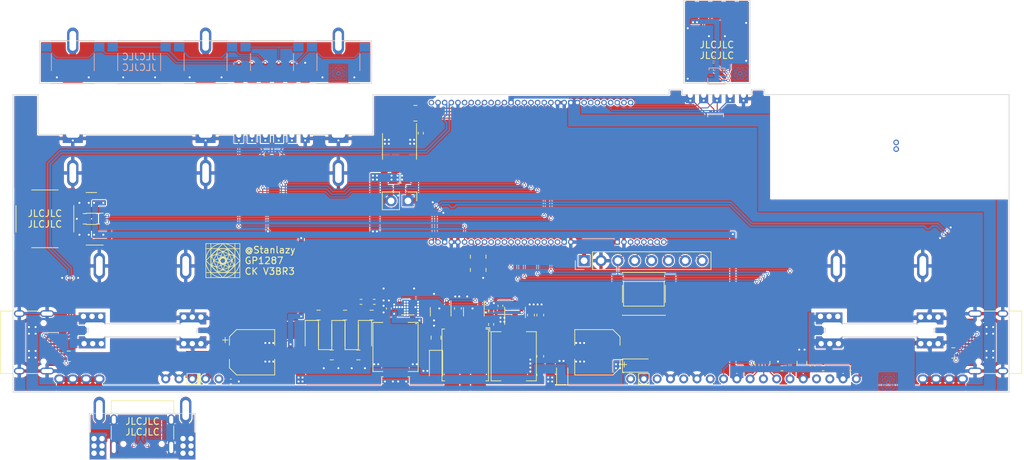
<source format=kicad_pcb>
(kicad_pcb (version 20211014) (generator pcbnew)
  (layers (0 "F.Cu" mixed) (31 "B.Cu" mixed) (34 "B.Paste" user) (35 "F.Paste" user) (36 "B.SilkS" user "B.Silkscreen") (37 "F.SilkS" user "F.Silkscreen") (38 "B.Mask" user) (39 "F.Mask" user) (44 "Edge.Cuts" user))
  (net 0 "")
  (net 1 "SYS_nRST")
  (net 2 "JTAG_JTDI")
  (net 3 "JTAG_JTDO")
  (net 4 "JTAG_JTCK")
  (net 5 "JTAG_JTMS")
  (net 6 "SYS_SRST")
  (net 7 "GND")
  (net 11 "PON_KEY")
  (net 12 "USB_TTY-")
  (net 13 "USB_TTY+")
  (net 18 "+5V")
  (net 19 "+3.3VA")
  (net 21 "USB_AP+")
  (net 22 "USB_AP-")
  (net 25 "/BUZZ_P__")
  (net 26 "/BUZZ_N__")
  (net 27 "/MULTI_F2")
  (net 28 "/MULTI_F1")
  (net 29 "/MULTI_S1")
  (net 30 "/BOOST_SW")
  (net 31 "+3V3")
  (net 32 "/BUCK_SW")
  (net 33 "Net-(C11-Pad2)")
  (net 34 "/FIL_EK")
  (net 35 "+48V")
  (net 36 "/FIL_PWR")
  (net 37 "/VFD_VRO")
  (net 38 "/VHG_")
  (net 39 "OPT_VCC_")
  (net 40 "OPT_GND_")
  (net 41 "+36V")
  (net 42 "VFD_F1")
  (net 48 "VFD_INT_")
  (net 49 "VFD_SCK_")
  (net 50 "VFD_nCS_")
  (net 51 "VFD_SDI_")
  (net 52 "VFD_nRST")
  (net 55 "VFD_F2")
  (net 56 "/BUT_GND")
  (net 57 "/GND_B")
  (net 58 "/5V_B")
  (net 59 "OPT_SCL")
  (net 60 "OPT_SDA")
  (net 61 "OPT_INT")
  (net 62 "OPT_SCL_")
  (net 63 "OPT_SDA_")
  (net 64 "OPT_INT_")
  (net 65 "BUT1")
  (net 66 "BUT2")
  (net 67 "BUT3")
  (net 68 "BUT4")
  (net 69 "/PON_KEY_")
  (net 70 "/BUT1_")
  (net 71 "/BUT2_")
  (net 72 "/BUT3_")
  (net 73 "/BUT4_")
  (net 74 "/AP_CC1")
  (net 76 "/AP_CC2")
  (net 78 "/B_CC2")
  (net 79 "/B_CC1")
  (net 86 "/TTY_CC1")
  (net 88 "/TTY_CC2")
  (net 90 "/LS_P")
  (net 91 "/LS_N")
  (net 92 "DCAC_T2_")
  (net 93 "/DCAC_T1__")
  (net 94 "DCAC_T1_")
  (net 95 "/DCAC_T2__")
  (net 96 "BUZZ_P_")
  (net 97 "BUZZ_N_")
  (net 98 "/BOOST_FB")
  (net 99 "/BUCK_FB")
  (net 100 "DCAC_T2")
  (net 101 "DCAC_T1")
  (net 102 "VF_EN")
  (net 103 "VH_EN")
  (net 104 "VH_EN_")
  (net 105 "VF_EN_")
  (net 106 "VFD_INT")
  (net 107 "VFD_nCS")
  (net 108 "VFD_SDI")
  (net 109 "VFD_SCK")
  (net 110 "BUZZ_P")
  (net 111 "BUZZ_N")
  (net 112 "AD_SDATA")
  (net 113 "AD_BCLK")
  (net 114 "AD_FCLK")
  (net 115 "AD_CTRL")
  (net 116 "AD_CTRL_")
  (net 117 "AD_FCLK_")
  (net 118 "AD_BCLK_")
  (net 119 "AD_SDATA_")
  (net 120 "/LS_N_")
  (net 121 "/LS_P_")
  (footprint "Connector_Edge_futababase:opt_mb" (layer "F.Cu") (at 102 0.103)
    (fp_text reference "J1" hide)
    (fp_text value "Conn_01x05" hide)
  )
  (footprint "Diode_SMD:D_SOD-123F" (layer "F.Cu") (at 47 36.2 90)
    (fp_text reference "D2" hide)
    (fp_text value "50V" hide)
  )
  (footprint "Stanlazys:R_0201_0603Metric" (layer "F.Cu") (at 40.3 15.5 90)
    (fp_text reference "D10" hide)
    (fp_text value "D_TVS" hide)
  )
  (footprint "Capacitor_SMD:C_0805_2012Metric" (layer "F.Cu") (at 48 39.2)
    (fp_text reference "C2" hide)
    (fp_text value "2u2F/50V" hide)
  )
  (footprint "Resistor_SMD:R_Array_Convex_2x0402" (layer "F.Cu") (at 12.8 18.7 180)
    (fp_text reference "RN4" hide)
    (fp_text value "22Ω" hide)
  )
  (footprint "Capacitor_SMD:CP_Elec_6.3x5.7" (layer "F.Cu") (at 36 38.8)
    (fp_text reference "C13" hide)
    (fp_text value "4.7uF/250V" hide)
  )
  (footprint "Resistor_SMD:R_0402_1005Metric" (layer "F.Cu") (at 72 34.6 -90)
    (fp_text reference "R6" hide)
    (fp_text value "15KΩ" hide)
  )
  (footprint "Diode_SMD:D_SOD-123F" (layer "F.Cu") (at 49 36.2 -90)
    (fp_text reference "D3" hide)
    (fp_text value "50V" hide)
  )
  (footprint "Stanlazys:MountingHole_PinHeader_2.54_3D" (layer "F.Cu") (at 26 47.5)
    (fp_text reference "H8" hide)
    (fp_text value "MountingHole_Pad" hide)
  )
  (footprint "Inductor_SMD:L_0402_1005Metric" (layer "F.Cu") (at 60.6 12.6 -90)
    (fp_text reference "FB2" hide)
    (fp_text value "1KΩ" hide)
  )
  (footprint "Button_Switch_SMD:SW_Push_1P1T_NO_6x6mm_H9.5mm" (layer "F.Cu") (at 95 30)
    (fp_text reference "SW6" hide)
    (fp_text value "SW_Push" hide)
  )
  (footprint "Stanlazys:R_0201_0603Metric" (layer "F.Cu") (at 36.9 15.5 90)
    (fp_text reference "D8" hide)
    (fp_text value "D_TVS" hide)
  )
  (footprint "Resistor_SMD:R_Array_Convex_4x0402" (layer "F.Cu") (at 70.05 24.4 -90)
    (fp_text reference "RN1" hide)
    (fp_text value "22Ω" hide)
  )
  (footprint "Stanlazys:USB_C_Receptacle_HRO_TYPE-C-31-M-12" (layer "F.Cu") (at 19.5 50 180)
    (fp_text reference "J9" hide)
    (fp_text value "USB_B_PWR" hide)
  )
  (footprint "Capacitor_SMD:CP_Elec_6.3x5.7" (layer "F.Cu") (at 88 38.8 180)
    (fp_text reference "C21" hide)
    (fp_text value "4.7uF/250V" hide)
  )
  (footprint "Package_TO_SOT_SMD:SOT-23-6" (layer "F.Cu") (at 75.6 32.8 90)
    (fp_text reference "U2" hide)
    (fp_text value "TPS54200" hide)
  )
  (footprint "Stanlazys:MountingHole_PinHeader_2.54_3D" (layer "F.Cu") (at 9 11.8)
    (fp_text reference "H2" hide)
    (fp_text value "MountingHole_Pad" hide)
  )
  (footprint "Resistor_SMD:R_Array_Convex_4x0402" (layer "F.Cu") (at 60.6 2.8 180)
    (fp_text reference "RN7" hide)
    (fp_text value "22Ω" hide)
  )
  (footprint "Stanlazys:R_0201_0603Metric" (layer "F.Cu") (at 41.1 15.5 90)
    (fp_text reference "D11" hide)
    (fp_text value "D_TVS" hide)
  )
  (footprint "Stanlazys:MountingHole_PinHeader_2.54_3D" (layer "F.Cu") (at 49 11.8)
    (fp_text reference "H5" hide)
    (fp_text value "MountingHole_Pad" hide)
  )
  (footprint "Capacitor_SMD:C_0402_1005Metric" (layer "F.Cu") (at 73.4 31.8 90)
    (fp_text reference "C11" hide)
    (fp_text value "100nF" hide)
  )
  (footprint "Capacitor_SMD:C_0805_2012Metric" (layer "F.Cu") (at 118.8 40.4 90)
    (fp_text reference "C20" hide)
    (fp_text value "47uF" hide)
  )
  (footprint "Package_TO_SOT_SMD:SOT-23-6" (layer "F.Cu") (at 11.8 21.1 180)
    (fp_text reference "Q3" hide)
    (fp_text value "Q_CMOS" hide)
  )
  (footprint "Capacitor_SMD:C_0402_1005Metric" (layer "F.Cu") (at 59.2 14.2 180)
    (fp_text reference "C26" hide)
    (fp_text value "1nF" hide)
  )
  (footprint "Stanlazys:Stanlazys_ZYNQ_SoM_V0R2" (layer "F.Cu") (at 150 23.2 180)
    (fp_text reference "A1" hide)
    (fp_text value "Stanlazys_ZYNQ_SoM_V0R2" hide)
  )
  (footprint "Package_SO:HSOP-8-1EP_3.9x4.9mm_P1.27mm_EP2.3x2.3mm" (layer "F.Cu") (at 58.2 7.8 -90)
    (fp_text reference "U4" hide)
    (fp_text value "NS4168" hide)
  )
  (footprint "Resistor_SMD:R_0402_1005Metric" (layer "F.Cu") (at 52.4 31.2)
    (fp_text reference "R3" hide)
    (fp_text value "120KΩ" hide)
  )
  (footprint "Diode_SMD:D_SOD-323" (layer "F.Cu") (at 82.7 42.2 90)
    (fp_text reference "D12" hide)
    (fp_text value "D_TVS" hide)
  )
  (footprint "Inductor_SMD:L_0402_1005Metric" (layer "F.Cu") (at 55.8 12.6 -90)
    (fp_text reference "FB1" hide)
    (fp_text value "1KΩ" hide)
  )
  (footprint "Capacitor_SMD:C_0603_1608Metric" (layer "F.Cu") (at 67 32.2 90)
    (fp_text reference "C18" hide)
    (fp_text value "10uF/6.3V" hide)
  )
  (footprint "Capacitor_SMD:C_0402_1005Metric" (layer "F.Cu") (at 32.8 43.2)
    (fp_text reference "C10" hide)
    (fp_text value "100nF" hide)
  )
  (footprint "Resistor_SMD:R_Array_Convex_4x0402" (layer "F.Cu") (at 39 9 90)
    (fp_text reference "RN8" hide)
    (fp_text value "47KΩ" hide)
  )
  (footprint "Capacitor_SMD:C_0603_1608Metric" (layer "F.Cu") (at 79.4 39.4 -90)
    (fp_text reference "C17" hide)
    (fp_text value "10uF/6.3V" hide)
  )
  (footprint "Diode_SMD:D_SOD-123F" (layer "F.Cu") (at 51 36.2 90)
    (fp_text reference "D4" hide)
    (fp_text value "50V" hide)
  )
  (footprint "Capacitor_SMD:C_0603_1608Metric" (layer "F.Cu") (at 59.6 43)
    (fp_text reference "C7" hide)
    (fp_text value "10uF/6.3V" hide)
  )
  (footprint "Resistor_SMD:R_Array_Convex_2x0402" (layer "F.Cu") (at 10.8 18.7 180)
    (fp_text reference "RN5" hide)
    (fp_text value "47KΩ" hide)
  )
  (footprint "Inductor_SMD:L_Abracon_ASPI-0630LR" (layer "F.Cu") (at 57.6 38 90)
    (fp_text reference "L1" hide)
    (fp_text value "10uH" hide)
  )
  (footprint "Resistor_SMD:R_0402_1005Metric" (layer "F.Cu") (at 54.4 31.2)
    (fp_text reference "R2" hide)
    (fp_text value "680Ω" hide)
  )
  (footprint "Package_TO_SOT_SMD:SOT-23" (layer "F.Cu") (at 64.4 32.7 -90)
    (fp_text reference "Q2" hide)
    (fp_text value "NMOS" hide)
  )
  (footprint "Capacitor_SMD:C_0805_2012Metric" (layer "F.Cu") (at 58.2 12.6)
    (fp_text reference "C25" hide)
    (fp_text value "47uF/6.3V" hide)
  )
  (footprint "Connector_PinHeader_2.54mm:PinHeader_1x02_P2.54mm_Vertical" (layer "F.Cu") (at 59.475 16 -90)
    (fp_text reference "LS1" hide)
    (fp_text value "Speaker" hide)
  )
  (footprint "Capacitor_SMD:C_0805_2012Metric" (layer "F.Cu") (at 46 33.2)
    (fp_text reference "C1" hide)
    (fp_text value "2u2F/50V" hide)
  )
  (footprint "Package_TO_SOT_SMD:SOT-353_SC-70-5" (layer "F.Cu") (at 59.2 32 180)
    (fp_text reference "U1" hide)
    (fp_text value "TPS61169" hide)
  )
  (footprint "Capacitor_SMD:C_0603_1608Metric" (layer "F.Cu") (at 78 33.2 90)
    (fp_text reference "C15" hide)
    (fp_text value "10uF/6.3V" hide)
  )
  (footprint "Resistor_SMD:R_0402_1005Metric" (layer "F.Cu") (at 115.8 41.2 180)
    (fp_text reference "R1" hide)
    (fp_text value "47KΩ" hide)
  )
  (footprint "Capacitor_SMD:C_0805_2012Metric" (layer "F.Cu") (at 54 33.2)
    (fp_text reference "C5" hide)
    (fp_text value "1uF/50V" hide)
  )
  (footprint "Stanlazys:R_0201_0603Metric" (layer "F.Cu") (at 37.7 15.5 90)
    (fp_text reference "D9" hide)
    (fp_text value "D_TVS" hide)
  )
  (footprint "Capacitor_SMD:C_0603_1608Metric" (layer "F.Cu") (at 55.6 43 180)
    (fp_text reference "C8" hide)
    (fp_text value "10uF/6.3V" hide)
  )
  (footprint "Capacitor_SMD:C_0805_2012Metric" (layer "F.Cu") (at 63.7 36.6 -90)
    (fp_text reference "C12" hide)
    (fp_text value "22uF/25V" hide)
  )
  (footprint "Stanlazys:MountingHole_PinHeader_2.54_3D" (layer "F.Cu") (at 29 -8.1)
    (fp_text reference "H4" hide)
    (fp_text value "MountingHole_Pad" hide)
  )
  (footprint "Resistor_SMD:R_Array_Convex_4x0402" (layer "F.Cu") (at 105.8 3.1 90)
    (fp_text reference "RN6" hide)
    (fp_text value "4K7Ω" hide)
  )
  (footprint "Resistor_SMD:R_0402_1005Metric" (layer "F.Cu") (at 61.4 5.8 -90)
    (fp_text reference "R7" hide)
    (fp_text value "47KΩ" hide)
  )
  (footprint "Stanlazys:MountingHole_PinHeader_2.54_3D" (layer "F.Cu") (at 13 47.5)
    (fp_text reference "H9" hide)
    (fp_text value "MountingHole_Pad" hide)
  )
  (footprint "Stanlazys:MountingHole_PinHeader_2.54_3D" (layer "F.Cu") (at 49 -8.1)
    (fp_text reference "H6" hide)
    (fp_text value "MountingHole_Pad" hide)
  )
  (footprint "Resistor_SMD:R_Array_Convex_4x0402" (layer "F.Cu") (at 70.05 26.4 -90)
    (fp_text reference "RN2" hide)
    (fp_text value "47KΩ" hide)
  )
  (footprint "Stanlazys:MountingHole_PinHeader_2.54_3D" (layer "F.Cu") (at 124 24.8)
    (fp_text reference "H11" hide)
    (fp_text value "MountingHole_Pad" hide)
  )
  (footprint "Stanlazys:USB_C_Receptacle_HRO_TYPE-C-31-M-12" (layer "F.Cu") (at 148 37.3 90)
    (fp_text reference "J10" hide)
    (fp_text value "USB_R_TTY" hide)
  )
  (footprint "Buzzer_Beeper:PUIAudio_SMT_0825_S_4_R" (layer "F.Cu") (at 4.8 18.7 180)
    (fp_text reference "BZ1" hide)
    (fp_text value "Buzzer" hide)
  )
  (footprint "Capacitor_SMD:C_0402_1005Metric" (layer "F.Cu") (at 126.1 41.2)
    (fp_text reference "C9" hide)
    (fp_text value "100nF" hide)
  )
  (footprint "Inductor_SMD:L_Abracon_ASPI-0630LR" (layer "F.Cu") (at 75.4 39.4 -90)
    (fp_text reference "L2" hide)
    (fp_text value "10uH" hide)
  )
  (footprint "Stanlazys:MountingHole_PinHeader_2.54_3D" (layer "F.Cu") (at 29 11.8)
    (fp_text reference "H3" hide)
    (fp_text value "MountingHole_Pad" hide)
  )
  (footprint "Capacitor_SMD:C_0402_1005Metric" (layer "F.Cu") (at 57.2 14.2 180)
    (fp_text reference "C24" hide)
    (fp_text value "1nF" hide)
  )
  (footprint "Resistor_SMD:R_Array_Convex_2x0402" (layer "F.Cu") (at 141.6 38.9 180)
    (fp_text reference "RN11" hide)
    (fp_text value "5K1Ω" hide)
  )
  (footprint "Capacitor_SMD:C_0805_2012Metric" (layer "F.Cu") (at 52 39.2)
    (fp_text reference "C4" hide)
    (fp_text value "2u2F/50V" hide)
  )
  (footprint "Resistor_SMD:R_Array_Convex_2x0402" (layer "F.Cu") (at 8.4 39.4)
    (fp_text reference "RN9" hide)
    (fp_text value "5K1Ω" hide)
  )
  (footprint "Diode_SMD:D_SOD-123F" (layer "F.Cu") (at 94 40.8)
    (fp_text reference "D7" hide)
    (fp_text value "8V" hide)
  )
  (footprint "Diode_SMD:D_SOD-123F" (layer "F.Cu") (at 45 36.2 -90)
    (fp_text reference "D1" hide)
    (fp_text value "50V" hide)
  )
  (footprint "Connector_Edge_futababase:usb_mb" (layer "F.Cu") (at 19.5 35.5)
    (fp_text reference "J7" hide)
    (fp_text value "Conn_01x02" hide)
    (fp_rect (start -8.2 -1) (end 8.2 1) (layer "Edge.Cuts") (width 0.12) (fill none))
  )
  (footprint "Resistor_SMD:R_0402_1005Metric" (layer "F.Cu") (at 122 41.2 180)
    (fp_text reference "R4" hide)
    (fp_text value "120KΩ" hide)
  )
  (footprint "Connector_Edge_futababase:but_ph" (layer "F.Cu") (at 34 -3.3)
    (fp_text reference "J4" hide)
    (fp_text value "Conn_01x06" hide)
  )
  (footprint "Resistor_SMD:R_0402_1005Metric" (layer "F.Cu") (at 72 32.6 -90)
    (fp_text reference "R5" hide)
    (fp_text value "750Ω" hide)
  )
  (footprint "Stanlazys:MountingHole_PinHeader_2.54_3D" (layer "F.Cu") (at 9 -8.1)
    (fp_text reference "H1" hide)
    (fp_text value "MountingHole_Pad" hide)
  )
  (footprint "Stanlazys:USB_C_Receptacle_HRO_TYPE-C-31-M-12" (layer "F.Cu") (at 2 37.3 -90)
    (fp_text reference "J6" hide)
    (fp_text value "USB_L_AP" hide)
  )
  (footprint "Connector_Edge_futababase:but_mb" (layer "F.Cu") (at 34 6.103)
    (fp_text reference "J3" hide)
    (fp_text value "Conn_01x06" hide)
  )
  (footprint "Button_Switch_SMD:SW_SPST_CK_RS282G05A3" (layer "F.Cu") (at 95 30)
    (fp_text reference "SW7" hide)
    (fp_text value "SW_Push" hide)
  )
  (footprint "Capacitor_SMD:C_0603_1608Metric" (layer "F.Cu") (at 79.4 33.2 90)
    (fp_text reference "C14" hide)
    (fp_text value "10uF/6.3V" hide)
  )
  (footprint "Connector_PinHeader_2.54mm:PinHeader_1x08_P2.54mm_Vertical" (layer "F.Cu") (at 86 25 90)
    (fp_text reference "J5" hide)
    (fp_text value "Conn_01x08" hide)
  )
  (footprint "Stanlazys:MountingHole_PinHeader_2.54_3D" (layer "F.Cu") (at 13 24.8)
    (fp_text reference "H7" hide)
    (fp_text value "MountingHole_Pad" hide)
  )
  (footprint "Stanlazys:MountingHole_PinHeader_2.54_3D" (layer "F.Cu") (at 26 24.8)
    (fp_text reference "H10" hide)
    (fp_text value "MountingHole_Pad" hide)
  )
  (footprint "Capacitor_SMD:C_0402_1005Metric" (layer "F.Cu") (at 120.4 40.8 90)
    (fp_text reference "C19" hide)
    (fp_text value "100nF" hide)
  )
  (footprint "Resistor_SMD:R_Array_Convex_4x0402" (layer "F.Cu") (at 112.8 40.4 -90)
    (fp_text reference "RN3" hide)
    (fp_text value "22Ω" hide)
  )
  (footprint "Stanlazys:VPT85xx" (layer "F.Cu") (at 68.1 39.2)
    (fp_text reference "T1" hide)
    (fp_text value "VPT85BA-01A" hide)
  )
  (footprint "Connector_Edge_futababase:opt_ph" (layer "F.Cu") (at 102 -12.7)
    (fp_text reference "J2" hide)
    (fp_text value "Conn_01x05" hide)
  )
  (footprint "Diode_SMD:D_SOD-123F" (layer "F.Cu") (at 53 36.2 -90)
    (fp_text reference "D5" hide)
    (fp_text value "50V" hide)
  )
  (footprint "Capacitor_SMD:C_0402_1005Metric" (layer "F.Cu") (at 56.6 32.2 90)
    (fp_text reference "C6" hide)
    (fp_text value "100nF" hide)
  )
  (footprint "Diode_SMD:D_SOD-123F" (layer "F.Cu") (at 63.7 40.7 -90)
    (fp_text reference "D6" hide)
    (fp_text value "10V" hide)
  )
  (footprint "Stanlazys:MountingHole_PinHeader_2.54_3D" (layer "F.Cu") (at 137 24.8)
    (fp_text reference "H12" hide)
    (fp_text value "MountingHole_Pad" hide)
  )
  (footprint "Package_TO_SOT_SMD:SOT-23" (layer "F.Cu") (at 69.4 32.7 -90)
    (fp_text reference "Q1" hide)
    (fp_text value "NMOS" hide)
  )
  (footprint "Package_TO_SOT_SMD:SOT-23-6" (layer "F.Cu") (at 11.8 16.3 180)
    (fp_text reference "Q4" hide)
    (fp_text value "Q_CMOS" hide)
  )
  (footprint "Capacitor_SMD:C_0603_1608Metric" (layer "F.Cu") (at 79.4 42.2 90)
    (fp_text reference "C16" hide)
    (fp_text value "10uF/6.3V" hide)
  )
  (footprint "Connector_Edge_futababase:usb_mb" (layer "F.Cu") (at 130.5 35.5)
    (fp_text reference "J11" hide)
    (fp_text value "Conn_01x02" hide)
    (fp_rect (start -8.2 -1) (end 8.2 1) (layer "Edge.Cuts") (width 0.12) (fill none))
  )
  (footprint "Stanlazys:stanlazy_5.1mm_silk" (layer "F.Cu") (at 31.6 25)
    (fp_text reference "REF**" hide)
    (fp_text value "stanlazy_5.1mm_mask" hide)
  )
  (footprint "Capacitor_SMD:C_0805_2012Metric" (layer "F.Cu") (at 50 33.2)
    (fp_text reference "C3" hide)
    (fp_text value "2u2F/50V" hide)
  )
  (footprint "Stanlazys:stanlazy_2.5mm_copper" (layer "B.Cu") (at 21.6 50.5 180)
    (fp_text reference "REF**" hide)
    (fp_text value "stanlazy_2.5mm_copper" hide)
  )
  (footprint "Stanlazys:stanlazy_2.5mm_copper" (layer "B.Cu") (at 131.8 43.3 180)
    (fp_text reference "REF**" hide)
    (fp_text value "stanlazy_2.5mm_copper" hide)
  )
  (footprint "Connector_Edge_futababase:usb_ph" (layer "B.Cu") (at 19.5 52.9)
    (fp_text reference "J8" hide)
    (fp_text value "Conn_01x02" hide)
  )
  (footprint "Button_Switch_SMD:SW_Push_1P1T_NO_6x6mm_H9.5mm" (layer "B.Cu") (at 49 -4.9 180)
    (fp_text reference "SW5" hide)
    (fp_text value "SW_Push" hide)
  )
  (footprint "Button_Switch_SMD:SW_Push_1P1T_NO_6x6mm_H9.5mm" (layer "B.Cu") (at 29 -4.9 180)
    (fp_text reference "SW3" hide)
    (fp_text value "SW_Push" hide)
  )
  (footprint "Capacitor_SMD:C_0402_1005Metric" (layer "B.Cu") (at 105.5 -5.4 180)
    (fp_text reference "C22" hide)
    (fp_text value "4u7F" hide)
  )
  (footprint "Stanlazys:LTR-308ALS" (layer "B.Cu") (at 106 -2.8 90)
    (fp_text reference "U3" hide)
    (fp_text value "LTR-308ALS" hide)
  )
  (footprint "Button_Switch_SMD:SW_Push_1P1T_NO_6x6mm_H9.5mm" (layer "B.Cu") (at 9 -4.9 180)
    (fp_text reference "SW1" hide)
    (fp_text value "SW_Push" hide)
  )
  (footprint "Stanlazys:stanlazy_2.5mm_copper" (layer "B.Cu") (at 49 -3.2 180)
    (fp_text reference "REF**" hide)
    (fp_text value "stanlazy_2.5mm_copper" hide)
  )
  (footprint "Resistor_SMD:R_Array_Convex_2x0402" (layer "B.Cu") (at 19.2 51.2 -90)
    (fp_text reference "RN10" hide)
    (fp_text value "5K1Ω" hide)
  )
  (footprint "Button_Switch_SMD:SW_Push_1P1T_NO_6x6mm_H9.5mm" (layer "B.Cu") (at 19 -4.9 180)
    (fp_text reference "SW2" hide)
    (fp_text value "SW_Push" hide)
  )
  (footprint "Button_Switch_SMD:SW_Push_1P1T_NO_6x6mm_H9.5mm" (layer "B.Cu") (at 39 -4.9 180)
    (fp_text reference "SW4" hide)
    (fp_text value "SW_Push" hide)
  )
  (footprint "Stanlazys:stanlazy_2.5mm_copper" (layer "B.Cu") (at 109.5 -3.2 180)
    (fp_text reference "REF**" hide)
    (fp_text value "stanlazy_2.5mm_copper" hide)
  )
  (footprint "Capacitor_SMD:C_0402_1005Metric" (layer "B.Cu") (at 105.5 -4.4 180)
    (fp_text reference "C23" hide)
    (fp_text value "100nF" hide)
  )
  (footprint "Stanlazys:Futaba_GP1287" (layer "B.Cu") (at 75 20)
    (fp_text reference "DS1" hide)
    (fp_text value "GP1287" hide)
  )
  (gr_line (start 113.2 0) (end 150 0) (layer "Edge.Cuts") (width 0.1))
  (gr_rect (start 11.5 48) (end 27.5 55) (layer "Edge.Cuts") (width 0.1) (fill none))
  (gr_line (start 0 0) (end 3.8 0) (layer "Edge.Cuts") (width 0.1))
  (gr_line (start 111.2 0) (end 111.2 -0.8) (layer "Edge.Cuts") (width 0.1))
  (gr_line (start 98.8 -0.8) (end 98.8 0) (layer "Edge.Cuts") (width 0.1))
  (gr_line (start 100.8 -0.8) (end 98.8 -0.8) (layer "Edge.Cuts") (width 0.1))
  (gr_line (start 3.8 0) (end 3.8 6) (layer "Edge.Cuts") (width 0.1))
  (gr_line (start 4 -1.7) (end 4 -8.1) (layer "Edge.Cuts") (width 0.1))
  (gr_line (start 111.2 -0.8) (end 113.2 -0.8) (layer "Edge.Cuts") (width 0.1))
  (gr_line (start 54.2 6) (end 54.2 0) (layer "Edge.Cuts") (width 0.1))
  (gr_line (start 54 -1.7) (end 4 -1.7) (layer "Edge.Cuts") (width 0.1))
  (gr_line (start 3.8 6) (end 54.2 6) (layer "Edge.Cuts") (width 0.1))
  (gr_rect (start 101 -1.7) (end 111 -14.2) (layer "Edge.Cuts") (width 0.1) (fill none))
  (gr_line (start 4 -8.1) (end 54 -8.1) (layer "Edge.Cuts") (width 0.1))
  (gr_line (start 100.8 0) (end 111.2 0) (layer "Edge.Cuts") (width 0.1))
  (gr_line (start 100.8 0) (end 100.8 -0.8) (layer "Edge.Cuts") (width 0.1))
  (gr_line (start 54 -8.1) (end 54 -1.7) (layer "Edge.Cuts") (width 0.1))
  (gr_line (start 113.2 -0.8) (end 113.2 0) (layer "Edge.Cuts") (width 0.1))
  (gr_line (start 150 0) (end 150 44.8) (layer "Edge.Cuts") (width 0.1))
  (gr_line (start 150 44.8) (end 0 44.8) (layer "Edge.Cuts") (width 0.1))
  (gr_line (start 0 44.8) (end 0 0) (layer "Edge.Cuts") (width 0.1))
  (gr_line (start 54.2 0) (end 98.8 0) (layer "Edge.Cuts") (width 0.1))
  (gr_text "JLCJLC\nJLCJLC" (at 19 -4.9) (layer "B.SilkS") (effects (font (size 1 1)) (justify mirror)))
  (gr_text "@Stanlazy\nGP1287\nCK V3BR3" (at 34.8 25) (layer "F.SilkS") (effects (font (size 1 1)) (justify left)))
  (gr_text "JLCJLC\nJLCJLC" (at 19.5 50) (layer "F.SilkS") (effects (font (size 1 1))))
  (gr_text "JLCJLC\nJLCJLC" (at 4.8 18.7) (layer "F.SilkS") (effects (font (size 1 1))))
  (gr_text "JLCJLC\nJLCJLC" (at 106 -6.7) (layer "F.SilkS") (effects (font (size 1 1))))
  (segment (start 98 22.2) (end 100.897157 22.2) (width 0.15) (layer "F.Cu") (net 1))
  (segment (start 101.038579 22.258579) (end 103.78 25) (width 0.15) (layer "F.Cu") (net 1))
  (arc (start 100.897157 22.2) (mid 100.973694 22.215224) (end 101.038579 22.258579) (width 0.15) (layer "F.Cu") (net 1))
  (segment (start 97 22.2) (end 98.141422 23.341422) (width 0.15) (layer "F.Cu") (net 2))
  (segment (start 98.282843 23.4) (end 99.557157 23.4) (width 0.15) (layer "F.Cu") (net 2))
  (segment (start 99.698579 23.458579) (end 101.24 25) (width 0.15) (layer "F.Cu") (net 2))
  (arc (start 99.698579 23.458579) (mid 99.633694 23.415224) (end 99.557157 23.4) (width 0.15) (layer "F.Cu") (net 2))
  (arc (start 98.141422 23.341422) (mid 98.206307 23.384776) (end 98.282843 23.4) (width 0.15) (layer "F.Cu") (net 2))
  (segment (start 96 22.2) (end 98.7 24.9) (width 0.15) (layer "F.Cu") (net 3))
  (segment (start 95 22.2) (end 95 23.757157) (width 0.15) (layer "F.Cu") (net 4))
  (segment (start 95.058579 23.898579) (end 96.16 25) (width 0.15) (layer "F.Cu") (net 4))
  (arc (start 95 23.757157) (mid 95.015224 23.833694) (end 95.058579 23.898579) (width 0.15) (layer "F.Cu") (net 4))
  (segment (start 94 22.2) (end 94 24.62) (width 0.15) (layer "F.Cu") (net 5))
  (segment (start 91.025 27.75) (end 91.025 29.842157) (width 0.15) (layer "F.Cu") (net 6))
  (segment (start 98.975 27.75) (end 91.025 27.75) (width 0.15) (layer "F.Cu") (net 6))
  (segment (start 93 22.997157) (end 93 22.2) (width 0.15) (layer "F.Cu") (net 6))
  (segment (start 91.08 25) (end 92.941422 23.138578) (width 0.15) (layer "F.Cu") (net 6))
  (segment (start 91.08 25) (end 91.08 27.695) (width 0.15) (layer "F.Cu") (net 6))
  (arc (start 93 22.997157) (mid 92.984776 23.073693) (end 92.941422 23.138578) (width 0.15) (layer "F.Cu") (net 6))
  (via (at 49 41.2) (size 0.5) (drill 0.3) (layers "F.Cu" "B.Cu") (net 7))
  (via (at 59.4 31.2) (size 0.5) (drill 0.3) (layers "F.Cu" "B.Cu") (net 7))
  (via (at 10 21.1) (size 0.5) (drill 0.3) (layers "F.Cu" "B.Cu") (net 7))
  (via (at 59 31.6) (size 0.5) (drill 0.3) (layers "F.Cu" "B.Cu") (net 7))
  (via (at 59.8 6.8) (size 0.5) (drill 0.3) (layers "F.Cu" "B.Cu") (net 7))
  (via (at 55.8 31) (size 0.5) (drill 0.3) (layers "F.Cu" "B.Cu") (net 7))
  (via (at 82.3 40.1) (size 0.5) (drill 0.3) (layers "F.Cu" "B.Cu") (net 7))
  (via (at 60.6 32) (size 0.5) (drill 0.3) (layers "F.Cu" "B.Cu") (net 7))
  (via (at 56 6.8) (size 0.5) (drill 0.3) (layers "F.Cu" "B.Cu") (net 7))
  (via (at 58.6 12.8) (size 0.5) (drill 0.3) (layers "F.Cu" "B.Cu") (net 7))
  (via (at 56.6 7.4) (size 0.5) (drill 0.3) (layers "F.Cu" "B.Cu") (net 7))
  (via (at 59 31.2) (size 0.5) (drill 0.3) (layers "F.Cu" "B.Cu") (net 7))
  (via (at 70.8 27.6) (size 0.5) (drill 0.3) (layers "F.Cu" "B.Cu") (net 7))
  (via (at 60.8 40.6) (size 0.5) (drill 0.3) (layers "F.Cu" "B.Cu") (net 7))
  (via (at 58.6 32) (size 0.5) (drill 0.3) (layers "F.Cu" "B.Cu") (net 7))
  (via (at 56 7.4) (size 0.5) (drill 0.3) (layers "F.Cu" "B.Cu") (net 7))
  (via (at 59.8 7.4) (size 0.5) (drill 0.3) (layers "F.Cu" "B.Cu") (net 7))
  (via (at 38 37.4) (size 0.5) (drill 0.3) (layers "F.Cu" "B.Cu") (net 7))
  (via (at 85.4 37.4) (size 0.5) (drill 0.3) (layers "F.Cu" "B.Cu") (net 7))
  (via (at 61 31.2) (size 0.5) (drill 0.3) (layers "F.Cu" "B.Cu") (net 7))
  (via (at 51 41.2) (size 0.5) (drill 0.3) (layers "F.Cu" "B.Cu") (net 7))
  (via (at 60.4 6.8) (size 0.5) (drill 0.3) (layers "F.Cu" "B.Cu") (net 7))
  (via (at 141.2 20) (size 0.5) (drill 0.3) (layers "F.Cu" "B.Cu") (net 7))
  (via (at 39.2 37.4) (size 0.5) (drill 0.3) (layers "F.Cu" "B.Cu") (net 7))
  (via (at 63.4 30) (size 0.5) (drill 0.3) (layers "F.Cu" "B.Cu") (net 7))
  (via (at 57.4 32) (size 0.5) (drill 0.3) (layers "F.Cu" "B.Cu") (net 7))
  (via (at 61 33.2) (size 0.5) (drill 0.3) (layers "F.Cu" "B.Cu") (net 7))
  (via (at 73.4 34.2) (size 0.5) (drill 0.3) (layers "F.Cu" "B.Cu") (net 7))
  (via (at 38 40.2) (size 0.5) (drill 0.3) (layers "F.Cu" "B.Cu") (net 7))
  (via (at 60.2 40.6) (size 0.5) (drill 0.3) (layers "F.Cu" "B.Cu") (net 7))
  (via (at 60.4 29.2) (size 0.5) (drill 0.3) (layers "F.Cu" "B.Cu") (net 7))
  (via (at 34 43.2) (size 0.5) (drill 0.3) (layers "F.Cu" "B.Cu") (net 7))
  (via (at 38.6 37.4) (size 0.5) (drill 0.3) (layers "F.Cu" "B.Cu") (net 7))
  (via (at 74 34.2) (size 0.5) (drill 0.3) (layers "F.Cu" "B.Cu") (net 7))
  (via (at 57.8 32) (size 0.5) (drill 0.3) (layers "F.Cu" "B.Cu") (net 7))
  (via (at 77.9 40.5) (size 0.5) (drill 0.3) (layers "F.Cu" "B.Cu") (net 7))
  (via (at 38.6 40.2) (size 0.5) (drill 0.3) (layers "F.Cu" "B.Cu") (net 7))
  (via (at 58 15.2) (size 0.5) (drill 0.3) (layers "F.Cu" "B.Cu") (net 7))
  (via (at 9.6 18.7) (size 0.5) (drill 0.3) (layers "F.Cu" "B.Cu") (net 7))
  (via (at 59.4 32.8) (size 0.5) (drill 0.3) (layers "F.Cu" "B.Cu") (net 7))
  (via (at 63.4 34.8) (size 0.5) (drill 0.3) (layers "F.Cu" "B.Cu") (net 7))
  (via (at 86 40.2) (size 0.5) (drill 0.3) (layers "F.Cu" "B.Cu") (net 7))
  (via (at 139.6 21.6) (size 0.5) (drill 0.3) (layers "F.Cu" "B.Cu") (net 7))
  (via (at 77.9 41.1) (size 0.5) (drill 0.3) (layers "F.Cu" "B.Cu") (net 7))
  (via (at 85.4 40.2) (size 0.5) (drill 0.3) (layers "F.Cu" "B.Cu") (net 7))
  (via (at 74 33.6) (size 0.5) (drill 0.3) (layers "F.Cu" "B.Cu") (net 7))
  (via (at 78.4 31.6) (size 0.5) (drill 0.3) (layers "F.Cu" "B.Cu") (net 7))
  (via (at 84.8 37.4) (size 0.5) (drill 0.3) (layers "F.Cu" "B.Cu") (net 7))
  (via (at 86 37.4) (size 0.5) (drill 0.3) (layers "F.Cu" "B.Cu") (net 7))
  (via (at 118.4 38.4) (size 0.5) (drill 0.3) (layers "F.Cu" "B.Cu") (net 7))
  (via (at 61 32.4) (size 0.5) (drill 0.3) (layers "F.Cu" "B.Cu") (net 7))
  (via (at 73.4 33.6) (size 0.5) (drill 0.3) (layers "F.Cu" "B.Cu") (net 7))
  (via (at 66.6 30.4) (size 0.5) (drill 0.3) (layers "F.Cu" "B.Cu") (net 7))
  (via (at 59 32.4) (size 0.5) (drill 0.3) (layers "F.Cu" "B.Cu") (net 7))
  (via (at 77.8 31.6) (size 0.5) (drill 0.3) (layers "F.Cu" "B.Cu") (net 7))
  (via (at 72.4 31.4) (size 0.5) (drill 0.3) (layers "F.Cu" "B.Cu") (net 7))
  (via (at 64.2 32.2) (size 0.5) (drill 0.3) (layers "F.Cu" "B.Cu") (net 7))
  (via (at 59 32) (size 0.5) (drill 0.3) (layers "F.Cu" "B.Cu") (net 7))
  (via (at 68.4 30.4) (size 0.5) (drill 0.3) (layers "F.Cu" "B.Cu") (net 7))
  (via (at 60.4 7.4) (size 0.5) (drill 0.3) (layers "F.Cu" "B.Cu") (net 7))
  (via (at 63.2 16.2) (size 0.5) (drill 0.3) (layers "F.Cu" "B.Cu") (net 7))
  (via (at 67.2 30.4) (size 0.5) (drill 0.3) (layers "F.Cu" "B.Cu") (net 7))
  (via (at 58.6 12.2) (size 0.5) (drill 0.3) (layers "F.Cu" "B.Cu") (net 7))
  (via (at 57.4 31.6) (size 0.5) (drill 0.3) (layers "F.Cu" "B.Cu") (net 7))
  (via (at 59.4 33.2) (size 0.5) (drill 0.3) (layers "F.Cu" "B.Cu") (net 7))
  (via (at 61.8 41.6) (size 0.5) (drill 0.3) (layers "F.Cu" "B.Cu") (net 7))
  (via (at 10 16.3) (size 0.5) (drill 0.3) (layers "F.Cu" "B.Cu") (net 7))
  (via (at 59.4 32) (size 0.5) (drill 0.3) (layers "F.Cu" "B.Cu") (net 7))
  (via (at 55.8 32.8) (size 0.5) (drill 0.3) (layers "F.Cu" "B.Cu") (net 7))
  (via (at 77.9 41.7) (size 0.5) (drill 0.3) (layers "F.Cu" "B.Cu") (net 7))
  (via (at 7.4 27.6) (size 0.5) (drill 0.3) (layers "F.Cu" "B.Cu") (net 7))
  (via (at 55.8 29.2) (size 0.5) (drill 0.3) (layers "F.Cu" "B.Cu") (net 7))
  (via (at 77.9 39.9) (size 0.5) (drill 0.3) (layers "F.Cu" "B.Cu") (net 7))
  (via (at 64.8 17.8) (size 0.5) (drill 0.3) (layers "F.Cu" "B.Cu") (net 7))
  (via (at 84.8 40.2) (size 0.5) (drill 0.3) (layers "F.Cu" "B.Cu") (net 7))
  (via (at 119.2 38.4) (size 0.5) (drill 0.3) (layers "F.Cu" "B.Cu") (net 7))
  (via (at 56.6 31) (size 0.5) (drill 0.3) (layers "F.Cu" "B.Cu") (net 7))
  (via (at 56.6 6.8) (size 0.5) (drill 0.3) (layers "F.Cu" "B.Cu") (net 7))
  (via (at 61 32.8) (size 0.5) (drill 0.3) (layers "F.Cu" "B.Cu") (net 7))
  (via (at 55.8 31.8) (size 0.5) (drill 0.3) (layers "F.Cu" "B.Cu") (net 7))
  (via (at 58.2 32) (size 0.5) (drill 0.3) (layers "F.Cu" "B.Cu") (net 7))
  (via (at 9.8 27.6) (size 0.5) (drill 0.3) (layers "F.Cu" "B.Cu") (net 7))
  (via (at 59.4 31.6) (size 0.5) (drill 0.3) (layers "F.Cu" "B.Cu") (net 7))
  (via (at 59.4 32.4) (size 0.5) (drill 0.3) (layers "F.Cu" "B.Cu") (net 7))
  (via (at 69.2 32.2) (size 0.5) (drill 0.3) (layers "F.Cu" "B.Cu") (net 7))
  (via (at 79.6 31.6) (size 0.5) (drill 0.3) (layers "F.Cu" "B.Cu") (net 7))
  (via (at 55 40.6) (size 0.5) (drill 0.3) (layers "F.Cu" "B.Cu") (net 7))
  (via (at 62.4 41.6) (size 0.5) (drill 0.3) (layers "F.Cu" "B.Cu") (net 7))
  (via (at 59 33.2) (size 0.5) (drill 0.3) (layers "F.Cu" "B.Cu") (net 7))
  (via (at 115.2 40.2) (size 0.5) (drill 0.3) (layers "F.Cu" "B.Cu") (net 7))
  (via (at 11.4 16.3) (size 0.5) (drill 0.3) (layers "F.Cu" "B.Cu") (net 7))
  (via (at 39.2 40.2) (size 0.5) (drill 0.3) (layers "F.Cu" "B.Cu") (net 7))
  (via (at 53 41.2) (size 0.5) (drill 0.3) (layers "F.Cu" "B.Cu") (net 7))
  (via (at 61 32) (size 0.5) (drill 0.3) (layers "F.Cu" "B.Cu") (net 7))
  (via (at 11.4 21.1) (size 0.5) (drill 0.3) (layers "F.Cu" "B.Cu") (net 7))
  (via (at 61 31.6) (size 0.5) (drill 0.3) (layers "F.Cu" "B.Cu") (net 7))
  (via (at 63.4 34) (size 0.5) (drill 0.3) (layers "F.Cu" "B.Cu") (net 7))
  (via (at 46.8 41.2) (size 0.5) (drill 0.3) (layers "F.Cu" "B.Cu") (net 7))
  (via (at 79 31.6) (size 0.5) (drill 0.3) (layers "F.Cu" "B.Cu") (net 7))
  (via (at 82.9 40.1) (size 0.5) (drill 0.3) (layers "F.Cu" "B.Cu") (net 7))
  (via (at 59 32.8) (size 0.5) (drill 0.3) (layers "F.Cu" "B.Cu") (net 7))
  (via (at 54.4 40.6) (size 0.5) (drill 0.3) (layers "F.Cu" "B.Cu") (net 7))
  (segment (start 34 19.8) (end 34 6.27452) (width 0.15) (layer "F.Cu") (net 11))
  (segment (start 68 19.8) (end 68 22.2) (width 0.15) (layer "F.Cu") (net 11))
  (via (at 68 19.8) (size 0.5) (drill 0.3) (layers "F.Cu" "B.Cu") (net 11))
  (via (at 34 19.8) (size 0.5) (drill 0.3) (layers "F.Cu" "B.Cu") (net 11))
  (segment (start 34 19.8) (end 68 19.8) (width 0.15) (layer "B.Cu") (net 11))
  (segment (start 141.405 36.197929) (end 141.405 22.163615) (width 0.25) (layer "F.Cu") (net 12))
  (segment (start 63.695 21.812157) (end 63.695 17.663615) (width 0.25) (layer "F.Cu") (net 12))
  (segment (start 63.753579 17.522193) (end 63.969706 17.306066) (width 0.25) (layer "F.Cu") (net 12))
  (segment (start 64 22.2) (end 63.753578 21.953578) (width 0.25) (layer "F.Cu") (net 12))
  (segment (start 143.133821 38.05) (end 143.955 38.05) (width 0.25) (layer "F.Cu") (net 12))
  (segment (start 140.288873 21.047488) (end 140.152512 21.047488) (width 0.25) (layer "F.Cu") (net 12))
  (segment (start 142.867499 37.05) (end 143.955 37.05) (width 0.25) (layer "F.Cu") (net 12))
  (segment (start 142.9 37.283821) (end 142.9 37.816179) (width 0.25) (layer "F.Cu") (net 12))
  (segment (start 142.992399 37.108579) (end 142.958578 37.1424) (width 0.25) (layer "F.Cu") (net 12))
  (segment (start 64.111127 17.247488) (end 64.247488 17.247488) (width 0.25) (layer "F.Cu") (net 12))
  (segment (start 141.346421 22.022193) (end 140.430294 21.106066) (width 0.25) (layer "F.Cu") (net 12))
  (segment (start 142.958579 37.957601) (end 142.9924 37.991422) (width 0.25) (layer "F.Cu") (net 12))
  (segment (start 142.060649 36.936421) (end 141.463578 36.33935) (width 0.25) (layer "F.Cu") (net 12))
  (segment (start 142.867499 37.05) (end 142.812499 36.995) (width 0.25) (layer "F.Cu") (net 12))
  (segment (start 142.812499 36.995) (end 142.202071 36.995) (width 0.25) (layer "F.Cu") (net 12))
  (via (at 140.152512 21.047488) (size 0.5) (drill 0.3) (layers "F.Cu" "B.Cu") (net 12))
  (via (at 64.247488 17.247488) (size 0.5) (drill 0.3) (layers "F.Cu" "B.Cu") (net 12))
  (arc (start 142.9 37.283821) (mid 142.915224 37.207285) (end 142.958578 37.1424) (width 0.25) (layer "F.Cu") (net 12))
  (arc (start 141.405 22.163615) (mid 141.389776 22.087078) (end 141.346421 22.022193) (width 0.25) (layer "F.Cu") (net 12))
  (arc (start 142.992399 37.108579) (mid 143.057284 37.065224) (end 143.133821 37.05) (width 0.25) (layer "F.Cu") (net 12))
  (arc (start 142.202071 36.995) (mid 142.125534 36.979776) (end 142.060649 36.936421) (width 0.25) (layer "F.Cu") (net 12))
  (arc (start 63.753579 17.522193) (mid 63.710224 17.587078) (end 63.695 17.663615) (width 0.25) (layer "F.Cu") (net 12))
  (arc (start 140.288873 21.047488) (mid 140.365409 21.062712) (end 140.430294 21.106066) (width 0.25) (layer "F.Cu") (net 12))
  (arc (start 142.9 37.816179) (mid 142.915224 37.892716) (end 142.958579 37.957601) (width 0.25) (layer "F.Cu") (net 12))
  (arc (start 63.753578 21.953578) (mid 63.710224 21.888693) (end 63.695 21.812157) (width 0.25) (layer "F.Cu") (net 12))
  (arc (start 141.405 36.197929) (mid 141.420224 36.274465) (end 141.463578 36.33935) (width 0.25) (layer "F.Cu") (net 12))
  (arc (start 142.9924 37.991422) (mid 143.057285 38.034776) (end 143.133821 38.05) (width 0.25) (layer "F.Cu") (net 12))
  (arc (start 63.969706 17.306066) (mid 64.034591 17.262712) (end 64.111127 17.247488) (width 0.25) (layer "F.Cu") (net 12))
  (segment (start 140.152512 21.047488) (end 140.152512 20.911127) (width 0.25) (layer "B.Cu") (net 12))
  (segment (start 64.247488 17.111127) (end 64.247488 17.247488) (width 0.25) (layer "B.Cu") (net 12))
  (segment (start 137.917157 20.2) (end 137.682843 20.2) (width 0.25) (layer "B.Cu") (net 12))
  (segment (start 140.093933 20.769705) (end 139.177806 19.853578) (width 0.25) (layer "B.Cu") (net 12))
  (segment (start 137.541421 20.141421) (end 137.253578 19.853578) (width 0.25) (layer "B.Cu") (net 12))
  (segment (start 64.622193 16.653579) (end 64.306066 16.969706) (width 0.25) (layer "B.Cu") (net 12))
  (segment (start 139.036385 19.795) (end 138.487843 19.795) (width 0.25) (layer "B.Cu") (net 12))
  (segment (start 66.307157 17) (end 66.082843 17) (width 0.25) (layer "B.Cu") (net 12))
  (segment (start 65.605 16.605) (end 65.605 16.595) (width 0.25) (layer "B.Cu") (net 12))
  (segment (start 137.112157 19.795) (end 111.202071 19.795) (width 0.25) (layer "B.Cu") (net 12))
  (segment (start 65.605 16.595) (end 64.763615 16.595) (width 0.25) (layer "B.Cu") (net 12))
  (segment (start 138.346421 19.853579) (end 138.058578 20.141422) (width 0.25) (layer "B.Cu") (net 12))
  (segment (start 107.836385 16.595) (end 66.877843 16.595) (width 0.25) (layer "B.Cu") (net 12))
  (segment (start 65.941421 16.941421) (end 65.605 16.605) (width 0.25) (layer "B.Cu") (net 12))
  (segment (start 66.736421 16.653579) (end 66.448578 16.941422) (width 0.25) (layer "B.Cu") (net 12))
  (segment (start 111.060649 19.736421) (end 107.977806 16.653578) (width 0.25) (layer "B.Cu") (net 12))
  (arc (start 64.247488 17.111127) (mid 64.262712 17.034591) (end 64.306066 16.969706) (width 0.25) (layer "B.Cu") (net 12))
  (arc (start 66.307157 17) (mid 66.383693 16.984776) (end 66.448578 16.941422) (width 0.25) (layer "B.Cu") (net 12))
  (arc (start 138.487843 19.795) (mid 138.411306 19.810224) (end 138.346421 19.853579) (width 0.25) (layer "B.Cu") (net 12))
  (arc (start 139.036385 19.795) (mid 139.112921 19.810224) (end 139.177806 19.853578) (width 0.25) (layer "B.Cu") (net 12))
  (arc (start 66.082843 17) (mid 66.006306 16.984776) (end 65.941421 16.941421) (width 0.25) (layer "B.Cu") (net 12))
  (arc (start 137.112157 19.795) (mid 137.188693 19.810224) (end 137.253578 19.853578) (width 0.25) (layer "B.Cu") (net 12))
  (arc (start 107.977806 16.653578) (mid 107.912921 16.610224) (end 107.836385 16.595) (width 0.25) (layer "B.Cu") (net 12))
  (arc (start 137.917157 20.2) (mid 137.993693 20.184776) (end 138.058578 20.141422) (width 0.25) (layer "B.Cu") (net 12))
  (arc (start 137.682843 20.2) (mid 137.606306 20.184776) (end 137.541421 20.141421) (width 0.25) (layer "B.Cu") (net 12))
  (arc (start 64.763615 16.595) (mid 64.687078 16.610224) (end 64.622193 16.653579) (width 0.25) (layer "B.Cu") (net 12))
  (arc (start 111.202071 19.795) (mid 111.125534 19.779776) (end 111.060649 19.736421) (width 0.25) (layer "B.Cu") (net 12))
  (arc (start 66.736421 16.653579) (mid 66.801306 16.610224) (end 66.877843 16.595) (width 0.25) (layer "B.Cu") (net 12))
  (arc (start 140.152512 20.911127) (mid 140.137288 20.83459) (end 140.093933 20.769705) (width 0.25) (layer "B.Cu") (net 12))
  (segment (start 143.955 36.55) (end 144.776179 36.55) (width 0.25) (layer "F.Cu") (net 13))
  (segment (start 145 36.773821) (end 145 37.317157) (width 0.25) (layer "F.Cu") (net 13))
  (segment (start 63.752512 16.888873) (end 63.752512 16.752512) (width 0.25) (layer "F.Cu") (net 13))
  (segment (start 144.767157 37.55) (end 143.955 37.55) (width 0.25) (layer "F.Cu") (net 13))
  (segment (start 63 22.2) (end 63.246422 21.953578) (width 0.25) (layer "F.Cu") (net 13))
  (segment (start 144.917601 36.608579) (end 144.941422 36.6324) (width 0.25) (layer "F.Cu") (net 13))
  (segment (start 63.363579 17.360649) (end 63.693934 17.030294) (width 0.25) (layer "F.Cu") (net 13))
  (segment (start 143.955 36.55) (end 142.867499 36.55) (width 0.25) (layer "F.Cu") (net 13))
  (segment (start 141.795 36.036385) (end 141.795 22.002071) (width 0.25) (layer "F.Cu") (net 13))
  (segment (start 142.812499 36.605) (end 142.363615 36.605) (width 0.25) (layer "F.Cu") (net 13))
  (segment (start 140.647488 20.688873) (end 140.647488 20.552512) (width 0.25) (layer "F.Cu") (net 13))
  (segment (start 144.941421 37.458579) (end 144.908578 37.491422) (width 0.25) (layer "F.Cu") (net 13))
  (segment (start 142.867499 36.55) (end 142.812499 36.605) (width 0.25) (layer "F.Cu") (net 13))
  (segment (start 142.222193 36.546421) (end 141.853578 36.177806) (width 0.25) (layer "F.Cu") (net 13))
  (segment (start 141.736421 21.860649) (end 140.706066 20.830294) (width 0.25) (layer "F.Cu") (net 13))
  (segment (start 63.305 21.812157) (end 63.305 17.502071) (width 0.25) (layer "F.Cu") (net 13))
  (via (at 63.752512 16.752512) (size 0.5) (drill 0.3) (layers "F.Cu" "B.Cu") (net 13))
  (via (at 140.647488 20.552512) (size 0.5) (drill 0.3) (layers "F.Cu" "B.Cu") (net 13))
  (arc (start 63.752512 16.888873) (mid 63.737288 16.965409) (end 63.693934 17.030294) (width 0.25) (layer "F.Cu") (net 13))
  (arc (start 140.706066 20.830294) (mid 140.662712 20.765409) (end 140.647488 20.688873) (width 0.25) (layer "F.Cu") (net 13))
  (arc (start 141.853578 36.177806) (mid 141.810224 36.112921) (end 141.795 36.036385) (width 0.25) (layer "F.Cu") (net 13))
  (arc (start 63.305 17.502071) (mid 63.320224 17.425534) (end 63.363579 17.360649) (width 0.25) (layer "F.Cu") (net 13))
  (arc (start 144.908578 37.491422) (mid 144.843693 37.534776) (end 144.767157 37.55) (width 0.25) (layer "F.Cu") (net 13))
  (arc (start 63.305 21.812157) (mid 63.289776 21.888693) (end 63.246422 21.953578) (width 0.25) (layer "F.Cu") (net 13))
  (arc (start 141.736421 21.860649) (mid 141.779776 21.925534) (end 141.795 22.002071) (width 0.25) (layer "F.Cu") (net 13))
  (arc (start 144.776179 36.55) (mid 144.852716 36.565224) (end 144.917601 36.608579) (width 0.25) (layer "F.Cu") (net 13))
  (arc (start 144.941422 36.6324) (mid 144.984776 36.697285) (end 145 36.773821) (width 0.25) (layer "F.Cu") (net 13))
  (arc (start 142.222193 36.546421) (mid 142.287078 36.589776) (end 142.363615 36.605) (width 0.25) (layer "F.Cu") (net 13))
  (arc (start 144.941421 37.458579) (mid 144.984776 37.393694) (end 145 37.317157) (width 0.25) (layer "F.Cu") (net 13))
  (segment (start 64.460649 16.263579) (end 64.030294 16.693934) (width 0.25) (layer "B.Cu") (net 13))
  (segment (start 107.997929 16.205) (end 64.602071 16.205) (width 0.25) (layer "B.Cu") (net 13))
  (segment (start 140.647488 20.552512) (end 140.511127 20.552512) (width 0.25) (layer "B.Cu") (net 13))
  (segment (start 140.369705 20.493933) (end 139.33935 19.463578) (width 0.25) (layer "B.Cu") (net 13))
  (segment (start 111.222193 19.346421) (end 108.13935 16.263578) (width 0.25) (layer "B.Cu") (net 13))
  (segment (start 139.197929 19.405) (end 111.363615 19.405) (width 0.25) (layer "B.Cu") (net 13))
  (segment (start 63.888873 16.752512) (end 63.752512 16.752512) (width 0.25) (layer "B.Cu") (net 13))
  (arc (start 64.460649 16.263579) (mid 64.525534 16.220224) (end 64.602071 16.205) (width 0.25) (layer "B.Cu") (net 13))
  (arc (start 140.369705 20.493933) (mid 140.43459 20.537288) (end 140.511127 20.552512) (width 0.25) (layer "B.Cu") (net 13))
  (arc (start 111.363615 19.405) (mid 111.287078 19.389776) (end 111.222193 19.346421) (width 0.25) (layer "B.Cu") (net 13))
  (arc (start 139.33935 19.463578) (mid 139.274465 19.420224) (end 139.197929 19.405) (width 0.25) (layer "B.Cu") (net 13))
  (arc (start 107.997929 16.205) (mid 108.074465 16.220224) (end 108.13935 16.263578) (width 0.25) (layer "B.Cu") (net 13))
  (arc (start 64.030294 16.693934) (mid 63.965409 16.737288) (end 63.888873 16.752512) (width 0.25) (layer "B.Cu") (net 13))
  (via (at 2.4 35) (size 0.5) (drill 0.3) (layers "F.Cu" "B.Cu") (net 18))
  (via (at 3.4 39.6) (size 0.5) (drill 0.3) (layers "F.Cu" "B.Cu") (net 18))
  (via (at 146.6 39.6) (size 0.5) (drill 0.3) (layers "F.Cu" "B.Cu") (net 18))
  (via (at 81.2 43.2) (size 0.5) (drill 0.3) (layers "F.Cu" "B.Cu") (net 18))
  (via (at 56 43.2) (size 0.5) (drill 0.3) (layers "F.Cu" "B.Cu") (net 18))
  (via (at 147.6 38.6) (size 0.5) (drill 0.3) (layers "F.Cu" "B.Cu") (net 18))
  (via (at 2.4 36) (size 0.5) (drill 0.3) (layers "F.Cu" "B.Cu") (net 18))
  (via (at 80.6 42.6) (size 0.5) (drill 0.3) (layers "F.Cu" "B.Cu") (net 18))
  (via (at 3.4 36) (size 0.5) (drill 0.3) (layers "F.Cu" "B.Cu") (net 18))
  (via (at 61.2 34) (size 0.5) (drill 0.3) (layers "F.Cu" "B.Cu") (net 18))
  (via (at 2.4 38.6) (size 0.5) (drill 0.3) (layers "F.Cu" "B.Cu") (net 18))
  (via (at 57.2 43.2) (size 0.5) (drill 0.3) (layers "F.Cu" "B.Cu") (net 18))
  (via (at 146.6 36) (size 0.5) (drill 0.3) (layers "F.Cu" "B.Cu") (net 18))
  (via (at 147.6 36) (size 0.5) (drill 0.3) (layers "F.Cu" "B.Cu") (net 18))
  (via (at 59.2 43.2) (size 0.5) (drill 0.3) (layers "F.Cu" "B.Cu") (net 18))
  (via (at 146.6 35) (size 0.5) (drill 0.3) (layers "F.Cu" "B.Cu") (net 18))
  (via (at 80.6 43.2) (size 0.5) (drill 0.3) (layers "F.Cu" "B.Cu") (net 18))
  (via (at 3.4 35) (size 0.5) (drill 0.3) (layers "F.Cu" "B.Cu") (net 18))
  (via (at 3.4 38.6) (size 0.5) (drill 0.3) (layers "F.Cu" "B.Cu") (net 18))
  (via (at 147.6 39.6) (size 0.5) (drill 0.3) (layers "F.Cu" "B.Cu") (net 18))
  (via (at 57.4 33) (size 0.5) (drill 0.3) (layers "F.Cu" "B.Cu") (net 18))
  (via (at 146.6 38.6) (size 0.5) (drill 0.3) (layers "F.Cu" "B.Cu") (net 18))
  (via (at 58 43.2) (size 0.5) (drill 0.3) (layers "F.Cu" "B.Cu") (net 18))
  (via (at 81.2 42.6) (size 0.5) (drill 0.3) (layers "F.Cu" "B.Cu") (net 18))
  (via (at 147.6 35) (size 0.5) (drill 0.3) (layers "F.Cu" "B.Cu") (net 18))
  (via (at 2.4 39.6) (size 0.5) (drill 0.3) (layers "F.Cu" "B.Cu") (net 18))
  (segment (start 105.05 3.6) (end 102.225 0.775) (width 0.15) (layer "F.Cu") (net 19))
  (segment (start 106.55 3.6) (end 105.05 3.6) (width 0.15) (layer "F.Cu") (net 19))
  (segment (start 6.045 37.05) (end 7.132501 37.05) (width 0.25) (layer "F.Cu") (net 21))
  (segment (start 8.795 27.837843) (end 8.795 35.997929) (width 0.25) (layer "F.Cu") (net 21))
  (segment (start 7.797929 36.995) (end 7.187501 36.995) (width 0.25) (layer "F.Cu") (net 21))
  (segment (start 8.736421 36.139351) (end 7.93935 36.936422) (width 0.25) (layer "F.Cu") (net 21))
  (segment (start 7.1 37.816179) (end 7.1 37.283821) (width 0.25) (layer "F.Cu") (net 21))
  (segment (start 7.187501 36.995) (end 7.132501 37.05) (width 0.25) (layer "F.Cu") (net 21))
  (segment (start 7.007601 37.991421) (end 7.041422 37.9576) (width 0.25) (layer "F.Cu") (net 21))
  (segment (start 8.95 27.6) (end 8.853578 27.696422) (width 0.25) (layer "F.Cu") (net 21))
  (segment (start 6.045 38.05) (end 6.866179 38.05) (width 0.25) (layer "F.Cu") (net 21))
  (segment (start 7.041421 37.142399) (end 7.0076 37.108578) (width 0.25) (layer "F.Cu") (net 21))
  (via (at 8.95 27.6) (size 0.5) (drill 0.3) (layers "F.Cu" "B.Cu") (net 21))
  (arc (start 7.797929 36.995) (mid 7.874465 36.979776) (end 7.93935 36.936422) (width 0.25) (layer "F.Cu") (net 21))
  (arc (start 7.041421 37.142399) (mid 7.084776 37.207284) (end 7.1 37.283821) (width 0.25) (layer "F.Cu") (net 21))
  (arc (start 6.866179 38.05) (mid 6.942716 38.034776) (end 7.007601 37.991421) (width 0.25) (layer "F.Cu") (net 21))
  (arc (start 6.866179 37.05) (mid 6.942715 37.065224) (end 7.0076 37.108578) (width 0.25) (layer "F.Cu") (net 21))
  (arc (start 7.1 37.816179) (mid 7.084776 37.892715) (end 7.041422 37.9576) (width 0.25) (layer "F.Cu") (net 21))
  (arc (start 8.795 35.997929) (mid 8.779776 36.074466) (end 8.736421 36.139351) (width 0.25) (layer "F.Cu") (net 21))
  (arc (start 8.795 27.837843) (mid 8.810224 27.761307) (end 8.853578 27.696422) (width 0.25) (layer "F.Cu") (net 21))
  (segment (start 62.197929 8.795) (end 7.363615 8.795) (width 0.25) (layer "B.Cu") (net 21))
  (segment (start 7.222193 8.853579) (end 5.653578 10.422194) (width 0.25) (layer "B.Cu") (net 21))
  (segment (start 8.795 26.202071) (end 8.795 27.362157) (width 0.25) (layer "B.Cu") (net 21))
  (segment (start 66 1.2) (end 65.753578 1.446422) (width 0.25) (layer "B.Cu") (net 21))
  (segment (start 65.695 1.587843) (end 65.695 5.297929) (width 0.25) (layer "B.Cu") (net 21))
  (segment (start 8.853579 27.503579) (end 8.95 27.6) (width 0.25) (layer "B.Cu") (net 21))
  (segment (start 5.653579 22.977807) (end 8.736422 26.06065) (width 0.25) (layer "B.Cu") (net 21))
  (segment (start 65.636421 5.439351) (end 62.33935 8.736422) (width 0.25) (layer "B.Cu") (net 21))
  (segment (start 5.595 10.563615) (end 5.595 22.836385) (width 0.25) (layer "B.Cu") (net 21))
  (arc (start 5.653579 22.977807) (mid 5.610224 22.912922) (end 5.595 22.836385) (width 0.25) (layer "B.Cu") (net 21))
  (arc (start 8.736422 26.06065) (mid 8.779776 26.125535) (end 8.795 26.202071) (width 0.25) (layer "B.Cu") (net 21))
  (arc (start 5.595 10.563615) (mid 5.610224 10.487079) (end 5.653578 10.422194) (width 0.25) (layer "B.Cu") (net 21))
  (arc (start 8.853579 27.503579) (mid 8.810224 27.438694) (end 8.795 27.362157) (width 0.25) (layer "B.Cu") (net 21))
  (arc (start 65.695 1.587843) (mid 65.710224 1.511307) (end 65.753578 1.446422) (width 0.25) (layer "B.Cu") (net 21))
  (arc (start 7.363615 8.795) (mid 7.287078 8.810224) (end 7.222193 8.853579) (width 0.25) (layer "B.Cu") (net 21))
  (arc (start 62.197929 8.795) (mid 62.274465 8.779776) (end 62.33935 8.736422) (width 0.25) (layer "B.Cu") (net 21))
  (arc (start 65.695 5.297929) (mid 65.679776 5.374466) (end 65.636421 5.439351) (width 0.25) (layer "B.Cu") (net 21))
  (segment (start 8.395 35.395) (end 8.058578 35.058578) (width 0.25) (layer "F.Cu") (net 22))
  (segment (start 8.058579 34.551421) (end 8.346422 34.263578) (width 0.25) (layer "F.Cu") (net 22))
  (segment (start 7.132501 36.55) (end 6.045 36.55) (width 0.25) (layer "F.Cu") (net 22))
  (segment (start 6.045 36.55) (end 5.223821 36.55) (width 0.25) (layer "F.Cu") (net 22))
  (segment (start 8.405 27.837843) (end 8.405 34.122157) (width 0.25) (layer "F.Cu") (net 22))
  (segment (start 8.405 35.395) (end 8.395 35.395) (width 0.25) (layer "F.Cu") (net 22))
  (segment (start 7.636385 36.605) (end 7.187501 36.605) (width 0.25) (layer "F.Cu") (net 22))
  (segment (start 8.25 27.6) (end 8.346422 27.696422) (width 0.25) (layer "F.Cu") (net 22))
  (segment (start 8 34.917157) (end 8 34.692843) (width 0.25) (layer "F.Cu") (net 22))
  (segment (start 8.346421 35.977807) (end 7.777806 36.546422) (width 0.25) (layer "F.Cu") (net 22))
  (segment (start 5.082399 36.608579) (end 5.058578 36.6324) (width 0.25) (layer "F.Cu") (net 22))
  (segment (start 5.223821 37.55) (end 6.045 37.55) (width 0.25) (layer "F.Cu") (net 22))
  (segment (start 7.187501 36.605) (end 7.132501 36.55) (width 0.25) (layer "F.Cu") (net 22))
  (segment (start 8.405 35.395) (end 8.405 35.836385) (width 0.25) (layer "F.Cu") (net 22))
  (segment (start 5 36.773821) (end 5 37.326179) (width 0.25) (layer "F.Cu") (net 22))
  (segment (start 5.058579 37.467601) (end 5.0824 37.491422) (width 0.25) (layer "F.Cu") (net 22))
  (via (at 8.25 27.6) (size 0.5) (drill 0.3) (layers "F.Cu" "B.Cu") (net 22))
  (arc (start 8 34.692843) (mid 8.015224 34.616306) (end 8.058579 34.551421) (width 0.25) (layer "F.Cu") (net 22))
  (arc (start 8.346421 35.977807) (mid 8.389776 35.912922) (end 8.405 35.836385) (width 0.25) (layer "F.Cu") (net 22))
  (arc (start 5.223821 37.55) (mid 5.147285 37.534776) (end 5.0824 37.491422) (width 0.25) (layer "F.Cu") (net 22))
  (arc (start 5.223821 36.55) (mid 5.147284 36.565224) (end 5.082399 36.608579) (width 0.25) (layer "F.Cu") (net 22))
  (arc (start 8.405 34.122157) (mid 8.389776 34.198693) (end 8.346422 34.263578) (width 0.25) (layer "F.Cu") (net 22))
  (arc (start 8.058578 35.058578) (mid 8.015224 34.993693) (end 8 34.917157) (width 0.25) (layer "F.Cu") (net 22))
  (arc (start 8.405 27.837843) (mid 8.389776 27.761307) (end 8.346422 27.696422) (width 0.25) (layer "F.Cu") (net 22))
  (arc (start 7.777806 36.546422) (mid 7.712921 36.589776) (end 7.636385 36.605) (width 0.25) (layer "F.Cu") (net 22))
  (arc (start 5 37.326179) (mid 5.015224 37.402716) (end 5.058579 37.467601) (width 0.25) (layer "F.Cu") (net 22))
  (arc (start 5.058578 36.6324) (mid 5.015224 36.697285) (end 5 36.773821) (width 0.25) (layer "F.Cu") (net 22))
  (segment (start 7.060649 8.463579) (end 5.263578 10.26065) (width 0.25) (layer "B.Cu") (net 22))
  (segment (start 8.346421 27.503579) (end 8.25 27.6) (width 0.25) (layer "B.Cu") (net 22))
  (segment (start 65 1.2) (end 65.246422 1.446422) (width 0.25) (layer "B.Cu") (net 22))
  (segment (start 5.263579 23.139351) (end 8.346422 26.222194) (width 0.25) (layer "B.Cu") (net 22))
  (segment (start 5.205 10.402071) (end 5.205 22.997929) (width 0.25) (layer "B.Cu") (net 22))
  (segment (start 8.405 26.363615) (end 8.405 27.362157) (width 0.25) (layer "B.Cu") (net 22))
  (segment (start 65.246421 3.053579) (end 64.958578 3.341422) (width 0.25) (layer "B.Cu") (net 22))
  (segment (start 65.246421 5.277807) (end 62.177806 8.346422) (width 0.25) (layer "B.Cu") (net 22))
  (segment (start 62.036385 8.405) (end 7.202071 8.405) (width 0.25) (layer "B.Cu") (net 22))
  (segment (start 64.958579 3.858579) (end 65.246422 4.146422) (width 0.25) (layer "B.Cu") (net 22))
  (segment (start 64.9 3.482843) (end 64.9 3.717157) (width 0.25) (layer "B.Cu") (net 22))
  (segment (start 65.305 1.587843) (end 65.305 2.912157) (width 0.25) (layer "B.Cu") (net 22))
  (segment (start 65.305 4.287843) (end 65.305 5.136385) (width 0.25) (layer "B.Cu") (net 22))
  (arc (start 5.263579 23.139351) (mid 5.220224 23.074466) (end 5.205 22.997929) (width 0.25) (layer "B.Cu") (net 22))
  (arc (start 65.305 5.136385) (mid 65.289776 5.212922) (end 65.246421 5.277807) (width 0.25) (layer "B.Cu") (net 22))
  (arc (start 8.346421 27.503579) (mid 8.389776 27.438694) (end 8.405 27.362157) (width 0.25) (layer "B.Cu") (net 22))
  (arc (start 65.246421 3.053579) (mid 65.289776 2.988694) (end 65.305 2.912157) (width 0.25) (layer "B.Cu") (net 22))
  (arc (start 5.263578 10.26065) (mid 5.220224 10.325535) (end 5.205 10.402071) (width 0.25) (layer "B.Cu") (net 22))
  (arc (start 7.060649 8.463579) (mid 7.125534 8.420224) (end 7.202071 8.405) (width 0.25) (layer "B.Cu") (net 22))
  (arc (start 62.177806 8.346422) (mid 62.112921 8.389776) (end 62.036385 8.405) (width 0.25) (layer "B.Cu") (net 22))
  (arc (start 8.346422 26.222194) (mid 8.389776 26.287079) (end 8.405 26.363615) (width 0.25) (layer "B.Cu") (net 22))
  (arc (start 65.305 4.287843) (mid 65.289776 4.211307) (end 65.246422 4.146422) (width 0.25) (layer "B.Cu") (net 22))
  (arc (start 65.246422 1.446422) (mid 65.289776 1.511307) (end 65.305 1.587843) (width 0.25) (layer "B.Cu") (net 22))
  (arc (start 64.958578 3.341422) (mid 64.915224 3.406307) (end 64.9 3.482843) (width 0.25) (layer "B.Cu") (net 22))
  (arc (start 64.958579 3.858579) (mid 64.915224 3.793694) (end 64.9 3.717157) (width 0.25) (layer "B.Cu") (net 22))
  (segment (start 38.25 9.5) (end 38.25 20.367157) (width 0.15) (layer "F.Cu") (net 31))
  (segment (start 38.25 9.5) (end 39.75 9.5) (width 0.15) (layer "F.Cu") (net 31))
  (segment (start 38.308579 20.508579) (end 38.4 20.6) (width 0.15) (layer "F.Cu") (net 31))
  (via (at 54.8 20.6) (size 0.5) (drill 0.3) (layers "F.Cu" "B.Cu") (net 31))
  (via (at 57 12.2) (size 0.5) (drill 0.3) (layers "F.Cu" "B.Cu") (net 31))
  (via (at 54.8 12.8) (size 0.5) (drill 0.3) (layers "F.Cu" "B.Cu") (net 31))
  (via (at 54.2 20.6) (size 0.5) (drill 0.3) (layers "F.Cu" "B.Cu") (net 31))
  (via (at 13.6 21.1) (size 0.5) (drill 0.3) (layers "F.Cu" "B.Cu") (net 31))
  (via (at 54.8 12.2) (size 0.5) (drill 0.3) (layers "F.Cu" "B.Cu") (net 31))
  (via (at 43.4 21.6) (size 0.5) (drill 0.3) (layers "F.Cu" "B.Cu") (net 31))
  (via (at 13.6 16.3) (size 0.5) (drill 0.3) (layers "F.Cu" "B.Cu") (net 31))
  (via (at 54.2 12.8) (size 0.5) (drill 0.3) (layers "F.Cu" "B.Cu") (net 31))
  (via (at 12.2 16.3) (size 0.5) (drill 0.3) (layers "F.Cu" "B.Cu") (net 31))
  (via (at 57.9 12.2) (size 0.5) (drill 0.3) (layers "F.Cu" "B.Cu") (net 31))
  (via (at 57 12.8) (size 0.5) (drill 0.3) (layers "F.Cu" "B.Cu") (net 31))
  (via (at 54.2 12.2) (size 0.5) (drill 0.3) (layers "F.Cu" "B.Cu") (net 31))
  (via (at 41.8 37.6) (size 0.5) (drill 0.3) (layers "F.Cu" "B.Cu") (net 31))
  (via (at 38.4 20.6) (size 0.5) (drill 0.3) (layers "F.Cu" "B.Cu") (net 31))
  (via (at 43.4 33.4) (size 0.5) (drill 0.3) (layers "F.Cu" "B.Cu") (net 31))
  (via (at 12.2 21.1) (size 0.5) (drill 0.3) (layers "F.Cu" "B.Cu") (net 31))
  (via (at 57.9 12.8) (size 0.5) (drill 0.3) (layers "F.Cu" "B.Cu") (net 31))
  (via (at 108.4 21) (size 0.5) (drill 0.3) (layers "F.Cu" "B.Cu") (net 31))
  (arc (start 38.25 20.367157) (mid 38.265224 20.443694) (end 38.308579 20.508579) (width 0.15) (layer "F.Cu") (net 31))
  (via (at 102.4 -10.9) (size 0.5) (drill 0.3) (layers "F.Cu" "B.Cu") (net 39))
  (via (at 103 -10.9) (size 0.5) (drill 0.3) (layers "F.Cu" "B.Cu") (net 39))
  (via (at 101.6 -10) (size 0.5) (drill 0.3) (layers "F.Cu" "B.Cu") (net 40))
  (via (at 104.8 -8.8) (size 0.5) (drill 0.3) (layers "F.Cu" "B.Cu") (net 40))
  (via (at 110.4 -10.8) (size 0.5) (drill 0.3) (layers "F.Cu" "B.Cu") (net 40))
  (via (at 107.2 -8.8) (size 0.5) (drill 0.3) (layers "F.Cu" "B.Cu") (net 40))
  (via (at 110.407834 -5.1) (size 0.5) (drill 0.3) (layers "F.Cu" "B.Cu") (net 40))
  (via (at 101.6 -2.4) (size 0.5) (drill 0.3) (layers "F.Cu" "B.Cu") (net 40))
  (via (at 91.4 41.2) (size 0.5) (drill 0.3) (layers "F.Cu" "B.Cu") (net 41))
  (via (at 43.6 43.2) (size 0.5) (drill 0.3) (layers "F.Cu" "B.Cu") (net 41))
  (via (at 91.4 40.6) (size 0.5) (drill 0.3) (layers "F.Cu" "B.Cu") (net 41))
  (via (at 90.8 41.2) (size 0.5) (drill 0.3) (layers "F.Cu" "B.Cu") (net 41))
  (via (at 43 42.6) (size 0.5) (drill 0.3) (layers "F.Cu" "B.Cu") (net 41))
  (via (at 43.6 42.6) (size 0.5) (drill 0.3) (layers "F.Cu" "B.Cu") (net 41))
  (via (at 43 43.2) (size 0.5) (drill 0.3) (layers "F.Cu" "B.Cu") (net 41))
  (via (at 90.8 40.6) (size 0.5) (drill 0.3) (layers "F.Cu" "B.Cu") (net 41))
  (segment (start 111.782843 40.9) (end 112.05 40.9) (width 0.15) (layer "F.Cu") (net 48))
  (segment (start 111.2 40.4) (end 111.641422 40.841422) (width 0.15) (layer "F.Cu") (net 48))
  (via (at 111.2 40.4) (size 0.5) (drill 0.3) (layers "F.Cu" "B.Cu") (net 48))
  (arc (start 111.641422 40.841422) (mid 111.706307 40.884776) (end 111.782843 40.9) (width 0.15) (layer "F.Cu") (net 48))
  (segment (start 107.058579 41.341421) (end 107.941422 40.458578) (width 0.15) (layer "B.Cu") (net 48))
  (segment (start 108.082843 40.4) (end 111.2 40.4) (width 0.15) (layer "B.Cu") (net 48))
  (segment (start 107 42.8) (end 107 41.482843) (width 0.15) (layer "B.Cu") (net 48))
  (arc (start 107.941422 40.458578) (mid 108.006307 40.415224) (end 108.082843 40.4) (width 0.15) (layer "B.Cu") (net 48))
  (arc (start 107.058579 41.341421) (mid 107.015224 41.406306) (end 107 41.482843) (width 0.15) (layer "B.Cu") (net 48))
  (segment (start 112.55 40.9) (end 112.55 41.167157) (width 0.15) (layer "F.Cu") (net 49))
  (segment (start 112.491421 41.308579) (end 111 42.8) (width 0.15) (layer "F.Cu") (net 49))
  (arc (start 112.491421 41.308579) (mid 112.534776 41.243694) (end 112.55 41.167157) (width 0.15) (layer "F.Cu") (net 49))
  (segment (start 113.05 40.9) (end 113.05 42.75) (width 0.15) (layer "F.Cu") (net 50))
  (segment (start 113.608579 41.408579) (end 115 42.8) (width 0.15) (layer "F.Cu") (net 51))
  (segment (start 113.55 40.9) (end 113.55 41.267157) (width 0.15) (layer "F.Cu") (net 51))
  (arc (start 113.55 41.267157) (mid 113.565224 41.343694) (end 113.608579 41.408579) (width 0.15) (layer "F.Cu") (net 51))
  (segment (start 75 22.2) (end 75 25.95) (width 0.15) (layer "F.Cu") (net 52))
  (segment (start 116.31 41.2) (end 117 41.2) (width 0.15) (layer "F.Cu") (net 52))
  (segment (start 117 42.8) (end 117 41.2) (width 0.15) (layer "F.Cu") (net 52))
  (segment (start 117 41.2) (end 117 26.55) (width 0.15) (layer "F.Cu") (net 52))
  (via (at 75 25.95) (size 0.5) (drill 0.3) (layers "F.Cu" "B.Cu") (net 52))
  (via (at 117 26.55) (size 0.5) (drill 0.3) (layers "F.Cu" "B.Cu") (net 52))
  (segment (start 81.117157 25.95) (end 75 25.95) (width 0.15) (layer "B.Cu") (net 52))
  (segment (start 81.541421 26.291421) (end 81.258578 26.008578) (width 0.15) (layer "B.Cu") (net 52))
  (segment (start 116.717157 26.35) (end 81.682843 26.35) (width 0.15) (layer "B.Cu") (net 52))
  (segment (start 117 26.55) (end 116.858578 26.408578) (width 0.15) (layer "B.Cu") (net 52))
  (arc (start 81.258578 26.008578) (mid 81.193693 25.965224) (end 81.117157 25.95) (width 0.15) (layer "B.Cu") (net 52))
  (arc (start 81.541421 26.291421) (mid 81.606306 26.334776) (end 81.682843 26.35) (width 0.15) (layer "B.Cu") (net 52))
  (arc (start 116.858578 26.408578) (mid 116.793693 26.365224) (end 116.717157 26.35) (width 0.15) (layer "B.Cu") (net 52))
  (via (at 31.4 -2.6) (size 0.5) (drill 0.3) (layers "F.Cu" "B.Cu") (net 56))
  (via (at 16.6 -2.6) (size 0.5) (drill 0.3) (layers "F.Cu" "B.Cu") (net 56))
  (via (at 26.6 -2.6) (size 0.5) (drill 0.3) (layers "F.Cu" "B.Cu") (net 56))
  (via (at 21.4 -2.6) (size 0.5) (drill 0.3) (layers "F.Cu" "B.Cu") (net 56))
  (via (at 6.6 -2.6) (size 0.5) (drill 0.3) (layers "F.Cu" "B.Cu") (net 56))
  (via (at 11.4 -2.6) (size 0.5) (drill 0.3) (layers "F.Cu" "B.Cu") (net 56))
  (via (at 44 -4.8) (size 0.5) (drill 0.3) (layers "F.Cu" "B.Cu") (net 56))
  (via (at 46.6 -2.6) (size 0.5) (drill 0.3) (layers "F.Cu" "B.Cu") (net 56))
  (via (at 51.4 -2.6) (size 0.5) (drill 0.3) (layers "F.Cu" "B.Cu") (net 56))
  (segment (start 106.55 2.6) (end 106.55 2.170103) (width 0.15) (layer "F.Cu") (net 59))
  (segment (start 106.608579 2.028681) (end 108 0.63726) (width 0.15) (layer "F.Cu") (net 59))
  (arc (start 106.55 2.170103) (mid 106.565224 2.093566) (end 106.608579 2.028681) (width 0.15) (layer "F.Cu") (net 59))
  (segment (start 90.282843 2.4) (end 106.117157 2.4) (width 0.15) (layer "B.Cu") (net 59))
  (segment (start 89 1.2) (end 90.141422 2.341422) (width 0.15) (layer "B.Cu") (net 59))
  (segment (start 106.258579 2.341421) (end 108 0.6) (width 0.15) (layer "B.Cu") (net 59))
  (arc (start 90.282843 2.4) (mid 90.206307 2.384776) (end 90.141422 2.341422) (width 0.15) (layer "B.Cu") (net 59))
  (arc (start 106.258579 2.341421) (mid 106.193694 2.384776) (end 106.117157 2.4) (width 0.15) (layer "B.Cu") (net 59))
  (segment (start 105.55 2.6) (end 105.55 2.282843) (width 0.15) (layer "F.Cu") (net 60))
  (segment (start 105.491421 2.141421) (end 104 0.65) (width 0.15) (layer "F.Cu") (net 60))
  (arc (start 105.491421 2.141421) (mid 105.534776 2.206306) (end 105.55 2.282843) (width 0.15) (layer "F.Cu") (net 60))
  (segment (start 103.08508 1.56642) (end 104 0.6515) (width 0.15) (layer "B.Cu") (net 60))
  (segment (start 93 1.2) (end 93.366421 1.566421) (width 0.15) (layer "B.Cu") (net 60))
  (segment (start 93.507842 1.624999) (end 102.943658 1.624999) (width 0.15) (layer "B.Cu") (net 60))
  (arc (start 93.507842 1.624999) (mid 93.431306 1.609775) (end 93.366421 1.566421) (width 0.15) (layer "B.Cu") (net 60))
  (arc (start 102.943658 1.624999) (mid 103.020195 1.609775) (end 103.08508 1.56642) (width 0.15) (layer "B.Cu") (net 60))
  (segment (start 106.05 2.6) (end 106.05 0.42452) (width 0.15) (layer "F.Cu") (net 61))
  (segment (start 91 1.2) (end 91.741422 1.941422) (width 0.15) (layer "B.Cu") (net 61))
  (segment (start 104.658579 1.941421) (end 106 0.6) (width 0.15) (layer "B.Cu") (net 61))
  (segment (start 91.882843 2) (end 104.517157 2) (width 0.15) (layer "B.Cu") (net 61))
  (arc (start 91.882843 2) (mid 91.806307 1.984776) (end 91.741422 1.941422) (width 0.15) (layer "B.Cu") (net 61))
  (arc (start 104.658579 1.941421) (mid 104.593694 1.984776) (end 104.517157 2) (width 0.15) (layer "B.Cu") (net 61))
  (segment (start 107.700497 -3.45) (end 107.941422 -3.690925) (width 0.15) (layer "F.Cu") (net 62))
  (segment (start 107.7 -3.45) (end 107.700497 -3.45) (width 0.15) (layer "F.Cu") (net 62))
  (segment (start 108 -12.7) (end 108 -3.832346) (width 0.15) (layer "F.Cu") (net 62))
  (via (at 107.7 -3.45) (size 0.5) (drill 0.3) (layers "F.Cu" "B.Cu") (net 62))
  (arc (start 107.941422 -3.690925) (mid 107.984776 -3.75581) (end 108 -3.832346) (width 0.15) (layer "F.Cu") (net 62))
  (segment (start 106.9 -3.45) (end 107.7 -3.45) (width 0.15) (layer "B.Cu") (net 62))
  (segment (start 106.932843 -2.15) (end 107.699503 -2.15) (width 0.15) (layer "F.Cu") (net 63))
  (segment (start 104.058579 -4.941421) (end 106.791422 -2.208578) (width 0.15) (layer "F.Cu") (net 63))
  (segment (start 104 -12.7) (end 104 -5.082843) (width 0.15) (layer "F.Cu") (net 63))
  (via (at 107.699503 -2.15) (size 0.5) (drill 0.3) (layers "F.Cu" "B.Cu") (net 63))
  (arc (start 104.058579 -4.941421) (mid 104.015224 -5.006306) (end 104 -5.082843) (width 0.15) (layer "F.Cu") (net 63))
  (arc (start 106.932843 -2.15) (mid 106.856307 -2.165224) (end 106.791422 -2.208578) (width 0.15) (layer "F.Cu") (net 63))
  (segment (start 106.9 -2.15) (end 107.699503 -2.15) (width 0.15) (layer "B.Cu") (net 63))
  (segment (start 106.058579 -4.419863) (end 107.678442 -2.8) (width 0.15) (layer "F.Cu") (net 64))
  (segment (start 106 -12.7) (end 106 -4.561285) (width 0.15) (layer "F.Cu") (net 64))
  (segment (start 107.678442 -2.8) (end 107.7 -2.8) (width 0.15) (layer "F.Cu") (net 64))
  (via (at 107.7 -2.8) (size 0.5) (drill 0.3) (layers "F.Cu" "B.Cu") (net 64))
  (arc (start 106.058579 -4.419863) (mid 106.015224 -4.484748) (end 106 -4.561285) (width 0.15) (layer "F.Cu") (net 64))
  (segment (start 106.9 -2.8) (end 107.7 -2.8) (width 0.15) (layer "B.Cu") (net 64))
  (segment (start 37.9 8.5) (end 38.25 8.5) (width 0.15) (layer "F.Cu") (net 65))
  (segment (start 37 14.4) (end 37 9.482843) (width 0.15) (layer "F.Cu") (net 65))
  (segment (start 36 6.6) (end 37.9 8.5) (width 0.15) (layer "F.Cu") (net 65))
  (segment (start 37.058579 9.341421) (end 37.9 8.5) (width 0.15) (layer "F.Cu") (net 65))
  (segment (start 37 14.4) (end 37 14.997157) (width 0.15) (layer "F.Cu") (net 65))
  (segment (start 79 1.2) (end 79 14.4) (width 0.15) (layer "F.Cu") (net 65))
  (via (at 79 14.4) (size 0.5) (drill 0.3) (layers "F.Cu" "B.Cu") (net 65))
  (via (at 37 14.4) (size 0.5) (drill 0.3) (layers "F.Cu" "B.Cu") (net 65))
  (arc (start 37 9.482843) (mid 37.015224 9.406306) (end 37.058579 9.341421) (width 0.15) (layer "F.Cu") (net 65))
  (arc (start 36.941421 15.138579) (mid 36.984776 15.073694) (end 37 14.997157) (width 0.15) (layer "F.Cu") (net 65))
  (segment (start 78.717157 14.6) (end 51.082843 14.6) (width 0.15) (layer "B.Cu") (net 65))
  (segment (start 47.741421 15.341421) (end 47.058578 14.658578) (width 0.15) (layer "B.Cu") (net 65))
  (segment (start 79 14.4) (end 78.858578 14.541422) (width 0.15) (layer "B.Cu") (net 65))
  (segment (start 50.941421 14.658579) (end 50.258578 15.341422) (width 0.15) (layer "B.Cu") (net 65))
  (segment (start 50.117157 15.4) (end 47.882843 15.4) (width 0.15) (layer "B.Cu") (net 65))
  (segment (start 46.917157 14.6) (end 37.282843 14.6) (width 0.15) (layer "B.Cu") (net 65))
  (segment (start 37.141421 14.541421) (end 37 14.4) (width 0.15) (layer "B.Cu") (net 65))
  (arc (start 46.917157 14.6) (mid 46.993693 14.615224) (end 47.058578 14.658578) (width 0.15) (layer "B.Cu") (net 65))
  (arc (start 37.141421 14.541421) (mid 37.206306 14.584776) (end 37.282843 14.6) (width 0.15) (layer "B.Cu") (net 65))
  (arc (start 78.858578 14.541422) (mid 78.793693 14.584776) (end 78.717157 14.6) (width 0.15) (layer "B.Cu") (net 65))
  (arc (start 50.258578 15.341422) (mid 50.193693 15.384776) (end 50.117157 15.4) (width 0.15) (layer "B.Cu") (net 65))
  (arc (start 50.941421 14.658579) (mid 51.006306 14.615224) (end 51.082843 14.6) (width 0.15) (layer "B.Cu") (net 65))
  (arc (start 47.741421 15.341421) (mid 47.806306 15.384776) (end 47.882843 15.4) (width 0.15) (layer "B.Cu") (net 65))
  (segment (start 78 1.2) (end 78 14) (width 0.15) (layer "F.Cu") (net 66))
  (segment (start 37.6 14) (end 37.6 14.997157) (width 0.15) (layer "F.Cu") (net 66))
  (segment (start 37.6 14) (end 37.6 9.408332) (width 0.15) (layer "F.Cu") (net 66))
  (segment (start 38.658579 8.941421) (end 38.691422 8.908578) (width 0.15) (layer "F.Cu") (net 66))
  (segment (start 38.75 8.5) (end 38.75 7.432843) (width 0.15) (layer "F.Cu") (net 66))
  (segment (start 38.75 8.767157) (end 38.75 8.5) (width 0.15) (layer "F.Cu") (net 66))
  (segment (start 38.691421 7.291421) (end 38 6.6) (width 0.15) (layer "F.Cu") (net 66))
  (segment (start 38.008332 9) (end 38.517157 9) (width 0.15) (layer "F.Cu") (net 66))
  (segment (start 37.658579 9.26691) (end 37.866911 9.058578) (width 0.15) (layer "F.Cu") (net 66))
  (via (at 78 14) (size 0.5) (drill 0.3) (layers "F.Cu" "B.Cu") (net 66))
  (via (at 37.6 14) (size 0.5) (drill 0.3) (layers "F.Cu" "B.Cu") (net 66))
  (arc (start 38.75 7.432843) (mid 38.734776 7.356306) (end 38.691421 7.291421) (width 0.15) (layer "F.Cu") (net 66))
  (arc (start 37.658579 15.138579) (mid 37.615224 15.073694) (end 37.6 14.997157) (width 0.15) (layer "F.Cu") (net 66))
  (arc (start 38.75 8.767157) (mid 38.734776 8.843693) (end 38.691422 8.908578) (width 0.15) (layer "F.Cu") (net 66))
  (arc (start 37.6 9.408332) (mid 37.615224 9.331795) (end 37.658579 9.26691) (width 0.15) (layer "F.Cu") (net 66))
  (arc (start 38.517157 9) (mid 38.593694 8.984776) (end 38.658579 8.941421) (width 0.15) (layer "F.Cu") (net 66))
  (arc (start 38.008332 9) (mid 37.931796 9.015224) (end 37.866911 9.058578) (width 0.15) (layer "F.Cu") (net 66))
  (segment (start 49.917157 15) (end 48.082843 15) (width 0.15) (layer "B.Cu") (net 66))
  (segment (start 78 14) (end 77.858578 14.141422) (width 0.15) (layer "B.Cu") (net 66))
  (segment (start 47.117157 14.2) (end 37.882843 14.2) (width 0.15) (layer "B.Cu") (net 66))
  (segment (start 77.717157 14.2) (end 50.882843 14.2) (width 0.15) (layer "B.Cu") (net 66))
  (segment (start 47.941421 14.941421) (end 47.258578 14.258578) (width 0.15) (layer "B.Cu") (net 66))
  (segment (start 37.741421 14.141421) (end 37.6 14) (width 0.15) (layer "B.Cu") (net 66))
  (segment (start 50.741421 14.258579) (end 50.058578 14.941422) (width 0.15) (layer "B.Cu") (net 66))
  (arc (start 47.941421 14.941421) (mid 48.006306 14.984776) (end 48.082843 15) (width 0.15) (layer "B.Cu") (net 66))
  (arc (start 77.717157 14.2) (mid 77.793693 14.184776) (end 77.858578 14.141422) (width 0.15) (layer "B.Cu") (net 66))
  (arc (start 50.741421 14.258579) (mid 50.806306 14.215224) (end 50.882843 14.2) (width 0.15) (layer "B.Cu") (net 66))
  (arc (start 50.058578 14.941422) (mid 49.993693 14.984776) (end 49.917157 15) (width 0.15) (layer "B.Cu") (net 66))
  (arc (start 37.882843 14.2) (mid 37.806306 14.184776) (end 37.741421 14.141421) (width 0.15) (layer "B.Cu") (net 66))
  (arc (start 47.117157 14.2) (mid 47.193693 14.215224) (end 47.258578 14.258578) (width 0.15) (layer "B.Cu") (net 66))
  (segment (start 40.4 13.6) (end 40.4 14.997157) (width 0.15) (layer "F.Cu") (net 67))
  (segment (start 39.25 8.5) (end 39.25 7.432843) (width 0.15) (layer "F.Cu") (net 67))
  (segment (start 77 1.2) (end 77 13.6) (width 0.15) (layer "F.Cu") (net 67))
  (segment (start 40.066179 9) (end 39.433821 9) (width 0.15) (layer "F.Cu") (net 67))
  (segment (start 39.292399 8.941421) (end 39.25 8.899022) (width 0.15) (layer "F.Cu") (net 67))
  (segment (start 40.4 13.6) (end 40.4 9.333821) (width 0.15) (layer "F.Cu") (net 67))
  (segment (start 39.25 8.899022) (end 39.25 8.5) (width 0.15) (layer "F.Cu") (net 67))
  (segment (start 40.341421 9.192399) (end 40.2076 9.058578) (width 0.15) (layer "F.Cu") (net 67))
  (segment (start 39.308579 7.291421) (end 40 6.6) (width 0.15) (layer "F.Cu") (net 67))
  (via (at 77 13.6) (size 0.5) (drill 0.3) (layers "F.Cu" "B.Cu") (net 67))
  (via (at 40.4 13.6) (size 0.5) (drill 0.3) (layers "F.Cu" "B.Cu") (net 67))
  (arc (start 40.4 14.997157) (mid 40.384776 15.073694) (end 40.341421 15.138579) (width 0.15) (layer "F.Cu") (net 67))
  (arc (start 39.433821 9) (mid 39.357284 8.984776) (end 39.292399 8.941421) (width 0.15) (layer "F.Cu") (net 67))
  (arc (start 40.2076 9.058578) (mid 40.142715 9.015224) (end 40.066179 9) (width 0.15) (layer "F.Cu") (net 67))
  (arc (start 40.341421 9.192399) (mid 40.384776 9.257284) (end 40.4 9.333821) (width 0.15) (layer "F.Cu") (net 67))
  (arc (start 39.308579 7.291421) (mid 39.265224 7.356306) (end 39.25 7.432843) (width 0.15) (layer "F.Cu") (net 67))
  (segment (start 40.682843 13.8) (end 47.317157 13.8) (width 0.15) (layer "B.Cu") (net 67))
  (segment (start 40.4 13.6) (end 40.541422 13.741422) (width 0.15) (layer "B.Cu") (net 67))
  (segment (start 76.858579 13.741421) (end 77 13.6) (width 0.15) (layer "B.Cu") (net 67))
  (segment (start 50.682843 13.8) (end 76.717157 13.8) (width 0.15) (layer "B.Cu") (net 67))
  (segment (start 49.858579 14.541421) (end 50.541422 13.858578) (width 0.15) (layer "B.Cu") (net 67))
  (segment (start 48.282843 14.6) (end 49.717157 14.6) (width 0.15) (layer "B.Cu") (net 67))
  (segment (start 47.458579 13.858579) (end 48.141422 14.541422) (width 0.15) (layer "B.Cu") (net 67))
  (arc (start 40.682843 13.8) (mid 40.606307 13.784776) (end 40.541422 13.741422) (width 0.15) (layer "B.Cu") (net 67))
  (arc (start 49.858579 14.541421) (mid 49.793694 14.584776) (end 49.717157 14.6) (width 0.15) (layer "B.Cu") (net 67))
  (arc (start 48.141422 14.541422) (mid 48.206307 14.584776) (end 48.282843 14.6) (width 0.15) (layer "B.Cu") (net 67))
  (arc (start 76.717157 13.8) (mid 76.793694 13.784776) (end 76.858579 13.741421) (width 0.15) (layer "B.Cu") (net 67))
  (arc (start 50.682843 13.8) (mid 50.606307 13.815224) (end 50.541422 13.858578) (width 0.15) (layer "B.Cu") (net 67))
  (arc (start 47.317157 13.8) (mid 47.393694 13.815224) (end 47.458579 13.858579) (width 0.15) (layer "B.Cu") (net 67))
  (segment (start 40.941421 9.341421) (end 40.1 8.5) (width 0.15) (layer "F.Cu") (net 68))
  (segment (start 40.1 8.5) (end 39.75 8.5) (width 0.15) (layer "F.Cu") (net 68))
  (segment (start 41 13.2) (end 41 14.997157) (width 0.15) (layer "F.Cu") (net 68))
  (segment (start 41 13.2) (end 41 9.482843) (width 0.15) (layer "F.Cu") (net 68))
  (segment (start 42 6.6) (end 40.1 8.5) (width 0.15) (layer "F.Cu") (net 68))
  (segment (start 76 1.2) (end 76 13.2) (width 0.15) (layer "F.Cu") (net 68))
  (via (at 41 13.2) (size 0.5) (drill 0.3) (layers "F.Cu" "B.Cu") (net 68))
  (via (at 76 13.2) (size 0.5) (drill 0.3) (layers "F.Cu" "B.Cu") (net 68))
  (arc (start 41.058579 15.138579) (mid 41.015224 15.073694) (end 41 14.997157) (width 0.15) (layer "F.Cu") (net 68))
  (arc (start 41 9.482843) (mid 40.984776 9.406306) (end 40.941421 9.341421) (width 0.15) (layer "F.Cu") (net 68))
  (segment (start 48.341421 14.141421) (end 47.658578 13.458578) (width 0.15) (layer "B.Cu") (net 68))
  (segment (start 50.341421 13.458579) (end 49.658578 14.141422) (width 0.15) (layer "B.Cu") (net 68))
  (segment (start 47.517157 13.4) (end 41.282843 13.4) (width 0.15) (layer "B.Cu") (net 68))
  (segment (start 76 13.2) (end 75.858578 13.341422) (width 0.15) (layer "B.Cu") (net 68))
  (segment (start 75.717157 13.4) (end 50.482843 13.4) (width 0.15) (layer "B.Cu") (net 68))
  (segment (start 49.517157 14.2) (end 48.482843 14.2) (width 0.15) (layer "B.Cu") (net 68))
  (segment (start 41.141421 13.341421) (end 41 13.2) (width 0.15) (layer "B.Cu") (net 68))
  (arc (start 48.482843 14.2) (mid 48.406306 14.184776) (end 48.341421 14.141421) (width 0.15) (layer "B.Cu") (net 68))
  (arc (start 47.658578 13.458578) (mid 47.593693 13.415224) (end 47.517157 13.4) (width 0.15) (layer "B.Cu") (net 68))
  (arc (start 49.517157 14.2) (mid 49.593693 14.184776) (end 49.658578 14.141422) (width 0.15) (layer "B.Cu") (net 68))
  (arc (start 75.717157 13.4) (mid 75.793693 13.384776) (end 75.858578 13.341422) (width 0.15) (layer "B.Cu") (net 68))
  (arc (start 41.282843 13.4) (mid 41.206306 13.384776) (end 41.141421 13.341421) (width 0.15) (layer "B.Cu") (net 68))
  (arc (start 50.482843 13.4) (mid 50.406306 13.415224) (end 50.341421 13.458579) (width 0.15) (layer "B.Cu") (net 68))
  (segment (start 34 -4.8) (end 34 -3.3) (width 0.15) (layer "F.Cu") (net 69))
  (via (at 34 -4.8) (size 0.5) (drill 0.3) (layers "F.Cu" "B.Cu") (net 69))
  (segment (start 23.117157 -6.2) (end 14.007843 -6.2) (width 0.15) (layer "B.Cu") (net 69))
  (segment (start 34 -4.8) (end 24.682843 -4.8) (width 0.15) (layer "B.Cu") (net 69))
  (segment (start 11.483579 -5.658579) (end 12.975 -7.15) (width 0.15) (layer "B.Cu") (net 69))
  (segment (start 24.541421 -4.858579) (end 23.258578 -6.141422) (width 0.15) (layer "B.Cu") (net 69))
  (segment (start 6.657843 -5.6) (end 11.342157 -5.6) (width 0.15) (layer "B.Cu") (net 69))
  (segment (start 5.025 -7.15) (end 6.516422 -5.658578) (width 0.15) (layer "B.Cu") (net 69))
  (segment (start 13.866421 -6.258579) (end 12.975 -7.15) (width 0.15) (layer "B.Cu") (net 69))
  (arc (start 6.516422 -5.658578) (mid 6.581307 -5.615224) (end 6.657843 -5.6) (width 0.15) (layer "B.Cu") (net 69))
  (arc (start 24.682843 -4.8) (mid 24.606306 -4.815224) (end 24.541421 -4.858579) (width 0.15) (layer "B.Cu") (net 69))
  (arc (start 23.117157 -6.2) (mid 23.193693 -6.184776) (end 23.258578 -6.141422) (width 0.15) (layer "B.Cu") (net 69))
  (arc (start 13.866421 -6.258579) (mid 13.931306 -6.215224) (end 14.007843 -6.2) (width 0.15) (layer "B.Cu") (net 69))
  (arc (start 11.483579 -5.658579) (mid 11.418694 -5.615224) (end 11.342157 -5.6) (width 0.15) (layer "B.Cu") (net 69))
  (segment (start 36 -4.8) (end 36 -3.3) (width 0.15) (layer "F.Cu") (net 70))
  (via (at 36 -4.8) (size 0.5) (drill 0.3) (layers "F.Cu" "B.Cu") (net 70))
  (segment (start 15.025 -7.15) (end 22.975 -7.15) (width 0.15) (layer "B.Cu") (net 70))
  (segment (start 35.317157 -5.4) (end 32.682843 -5.4) (width 0.15) (layer "B.Cu") (net 70))
  (segment (start 32.541421 -5.341421) (end 32.458578 -5.258578) (width 0.15) (layer "B.Cu") (net 70))
  (segment (start 24.866421 -5.258579) (end 22.975 -7.15) (width 0.15) (layer "B.Cu") (net 70))
  (segment (start 32.317157 -5.2) (end 25.007843 -5.2) (width 0.15) (layer "B.Cu") (net 70))
  (segment (start 36 -4.8) (end 35.458578 -5.341422) (width 0.15) (layer "B.Cu") (net 70))
  (arc (start 25.007843 -5.2) (mid 24.931306 -5.215224) (end 24.866421 -5.258579) (width 0.15) (layer "B.Cu") (net 70))
  (arc (start 35.458578 -5.341422) (mid 35.393693 -5.384776) (end 35.317157 -5.4) (width 0.15) (layer "B.Cu") (net 70))
  (arc (start 32.317157 -5.2) (mid 32.393693 -5.215224) (end 32.458578 -5.258578) (width 0.15) (layer "B.Cu") (net 70))
  (arc (start 32.682843 -5.4) (mid 32.606306 -5.384776) (end 32.541421 -5.341421) (width 0.15) (layer "B.Cu") (net 70))
  (segment (start 38 -4.8) (end 38 -3.3) (width 0.15) (layer "F.Cu") (net 71))
  (via (at 38 -4.8) (size 0.5) (drill 0.3) (layers "F.Cu" "B.Cu") (net 71))
  (segment (start 25.025 -7.15) (end 26.516422 -5.658578) (width 0.15) (layer "B.Cu") (net 71))
  (segment (start 26.657843 -5.6) (end 31.342157 -5.6) (width 0.15) (layer "B.Cu") (net 71))
  (segment (start 34.207843 -6) (end 36.717157 -6) (width 0.15) (layer "B.Cu") (net 71))
  (segment (start 36.858579 -5.941421) (end 38 -4.8) (width 0.15) (layer "B.Cu") (net 71))
  (segment (start 32.975 -7.15) (end 34.066422 -6.058578) (width 0.15) (layer "B.Cu") (net 71))
  (segment (start 31.483579 -5.658579) (end 32.975 -7.15) (width 0.15) (layer "B.Cu") (net 71))
  (arc (start 31.342157 -5.6) (mid 31.418694 -5.615224) (end 31.483579 -5.658579) (width 0.15) (layer "B.Cu") (net 71))
  (arc (start 36.717157 -6) (mid 36.793694 -5.984776) (end 36.858579 -5.941421) (width 0.15) (layer "B.Cu") (net 71))
  (arc (start 26.657843 -5.6) (mid 26.581307 -5.615224) (end 26.516422 -5.658578) (width 0.15) (layer "B.Cu") (net 71))
  (arc (start 34.207843 -6) (mid 34.131307 -6.015224) (end 34.066422 -6.058578) (width 0.15) (layer "B.Cu") (net 71))
  (segment (start 40 -3.3) (end 40 -4.8) (width 0.15) (layer "F.Cu") (net 72))
  (via (at 40 -4.8) (size 0.5) (drill 0.3) (layers "F.Cu" "B.Cu") (net 72))
  (segment (start 40 -4.8) (end 40 -7.1) (width 0.15) (layer "B.Cu") (net 72))
  (segment (start 40 -7.1) (end 39.95 -7.15) (width 0.15) (layer "B.Cu") (net 72))
  (segment (start 39.95 -7.15) (end 42.975 -7.15) (width 0.15) (layer "B.Cu") (net 72))
  (segment (start 35.025 -7.15) (end 39.95 -7.15) (width 0.15) (layer "B.Cu") (net 72))
  (segment (start 42 -3.3) (end 42 -4.8) (width 0.15) (layer "F.Cu") (net 73))
  (via (at 42 -4.8) (size 0.5) (drill 0.3) (layers "F.Cu" "B.Cu") (net 73))
  (segment (start 51.483579 -5.658579) (end 52.975 -7.15) (width 0.15) (layer "B.Cu") (net 73))
  (segment (start 42 -4.8) (end 42.592157 -4.8) (width 0.15) (layer "B.Cu") (net 73))
  (segment (start 42.733579 -4.858579) (end 45.025 -7.15) (width 0.15) (layer "B.Cu") (net 73))
  (segment (start 46.657843 -5.6) (end 51.342157 -5.6) (width 0.15) (layer "B.Cu") (net 73))
  (segment (start 45.025 -7.15) (end 46.516422 -5.658578) (width 0.15) (layer "B.Cu") (net 73))
  (arc (start 46.516422 -5.658578) (mid 46.581307 -5.615224) (end 46.657843 -5.6) (width 0.15) (layer "B.Cu") (net 73))
  (arc (start 51.342157 -5.6) (mid 51.418694 -5.615224) (end 51.483579 -5.658579) (width 0.15) (layer "B.Cu") (net 73))
  (arc (start 42.592157 -4.8) (mid 42.668694 -4.815224) (end 42.733579 -4.858579) (width 0.15) (layer "B.Cu") (net 73))
  (segment (start 6.045 36.05) (end 4.832843 36.05) (width 0.15) (layer "F.Cu") (net 74))
  (segment (start 4.691421 36.108579) (end 4.6 36.2) (width 0.15) (layer "F.Cu") (net 74))
  (segment (start 8 40.4) (end 8 39.85) (width 0.15) (layer "F.Cu") (net 74))
  (via (at 4.6 36.2) (size 0.5) (drill 0.3) (layers "F.Cu" "B.Cu") (net 74))
  (via (at 8 40.4) (size 0.5) (drill 0.3) (layers "F.Cu" "B.Cu") (net 74))
  (arc (start 4.691421 36.108579) (mid 4.756306 36.065224) (end 4.832843 36.05) (width 0.15) (layer "F.Cu") (net 74))
  (segment (start 8 40.4) (end 8 39.682843) (width 0.15) (layer "B.Cu") (net 74))
  (segment (start 7.941421 39.541421) (end 4.6 36.2) (width 0.15) (layer "B.Cu") (net 74))
  (arc (start 7.941421 39.541421) (mid 7.984776 39.606306) (end 8 39.682843) (width 0.15) (layer "B.Cu") (net 74))
  (segment (start 7.9 39.05) (end 6.045 39.05) (width 0.2) (layer "F.Cu") (net 76))
  (segment (start 18.2 52.8) (end 17.808578 53.191422) (width 0.15) (layer "F.Cu") (net 78))
  (segment (start 17.75 53.332843) (end 17.75 54.045) (width 0.15) (layer "F.Cu") (net 78))
  (via (at 18.2 52.8) (size 0.5) (drill 0.3) (layers "F.Cu" "B.Cu") (net 78))
  (arc (start 17.75 53.332843) (mid 17.765224 53.256307) (end 17.808578 53.191422) (width 0.15) (layer "F.Cu") (net 78))
  (segment (start 18.2 52.8) (end 18.791422 52.208578) (width 0.15) (layer "B.Cu") (net 78))
  (segment (start 18.85 52.067157) (end 18.85 51.7) (width 0.15) (layer "B.Cu") (net 78))
  (arc (start 18.85 52.067157) (mid 18.834776 52.143693) (end 18.791422 52.208578) (width 0.15) (layer "B.Cu") (net 78))
  (segment (start 20.2 52.8) (end 20.691422 53.291422) (width 0.15) (layer "F.Cu") (net 79))
  (via (at 20.2 52.8) (size 0.5) (drill 0.3) (layers "F.Cu" "B.Cu") (net 79))
  (arc (start 20.691422 53.291422) (mid 20.734776 53.356307) (end 20.75 53.432843) (width 0.15) (layer "F.Cu") (net 79))
  (segment (start 20.2 52.8) (end 19.608578 52.208578) (width 0.15) (layer "B.Cu") (net 79))
  (segment (start 19.55 52.067157) (end 19.55 51.7) (width 0.15) (layer "B.Cu") (net 79))
  (arc (start 19.608578 52.208578) (mid 19.565224 52.143693) (end 19.55 52.067157) (width 0.15) (layer "B.Cu") (net 79))
  (segment (start 143.955 38.55) (end 142.1 38.55) (width 0.2) (layer "F.Cu") (net 86))
  (segment (start 143.955 35.55) (end 144.667157 35.55) (width 0.15) (layer "F.Cu") (net 88))
  (segment (start 144.808579 35.608579) (end 145.2 36) (width 0.15) (layer "F.Cu") (net 88))
  (segment (start 142 40) (end 142 39.35) (width 0.15) (layer "F.Cu") (net 88))
  (via (at 142 40) (size 0.5) (drill 0.3) (layers "F.Cu" "B.Cu") (net 88))
  (via (at 145.2 36) (size 0.5) (drill 0.3) (layers "F.Cu" "B.Cu") (net 88))
  (arc (start 144.808579 35.608579) (mid 144.743694 35.565224) (end 144.667157 35.55) (width 0.15) (layer "F.Cu") (net 88))
  (segment (start 145.2 36) (end 142.058578 39.141422) (width 0.15) (layer "B.Cu") (net 88))
  (segment (start 142 39.282843) (end 142 40) (width 0.15) (layer "B.Cu") (net 88))
  (arc (start 142 39.282843) (mid 142.015224 39.206307) (end 142.058578 39.141422) (width 0.15) (layer "B.Cu") (net 88))
  (segment (start 69.3 25.9) (end 68.982843 25.9) (width 0.15) (layer "F.Cu") (net 92))
  (segment (start 68.4 26.482843) (end 68.4 27.517157) (width 0.15) (layer "F.Cu") (net 92))
  (segment (start 65.3 31) (end 65.35 31.05) (width 0.15) (layer "F.Cu") (net 92))
  (segment (start 65.35 31.05) (end 65.35 31.7625) (width 0.15) (layer "F.Cu") (net 92))
  (segment (start 68.841421 25.958579) (end 68.458578 26.341422) (width 0.15) (layer "F.Cu") (net 92))
  (segment (start 68.458579 27.658579) (end 69.541422 28.741422) (width 0.15) (layer "F.Cu") (net 92))
  (segment (start 69.3 24.9) (end 69.3 25.9) (width 0.15) (layer "F.Cu") (net 92))
  (segment (start 69.6 28.882843) (end 69.6 31) (width 0.15) (layer "F.Cu") (net 92))
  (via (at 69.6 31) (size 0.5) (drill 0.3) (layers "F.Cu" "B.Cu") (net 92))
  (via (at 65.3 31) (size 0.5) (drill 0.3) (layers "F.Cu" "B.Cu") (net 92))
  (arc (start 68.982843 25.9) (mid 68.906306 25.915224) (end 68.841421 25.958579) (width 0.15) (layer "F.Cu") (net 92))
  (arc (start 68.4 26.482843) (mid 68.415224 26.406307) (end 68.458578 26.341422) (width 0.15) (layer "F.Cu") (net 92))
  (arc (start 69.541422 28.741422) (mid 69.584776 28.806307) (end 69.6 28.882843) (width 0.15) (layer "F.Cu") (net 92))
  (arc (start 68.458579 27.658579) (mid 68.415224 27.593694) (end 68.4 27.517157) (width 0.15) (layer "F.Cu") (net 92))
  (segment (start 69.6 31) (end 65.3 31) (width 0.15) (layer "B.Cu") (net 92))
  (segment (start 69.7 26.4) (end 68.900978 26.4) (width 0.15) (layer "F.Cu") (net 94))
  (segment (start 68.8 26.583821) (end 68.8 27.317157) (width 0.15) (layer "F.Cu") (net 94))
  (segment (start 70 30.517157) (end 70 28.682843) (width 0.15) (layer "F.Cu") (net 94))
  (segment (start 70.058579 30.658579) (end 70.291422 30.891422) (width 0.15) (layer "F.Cu") (net 94))
  (segment (start 69.741421 26.358579) (end 69.7 26.4) (width 0.15) (layer "F.Cu") (net 94))
  (segment (start 69.8 25.9) (end 69.8 26.217157) (width 0.15) (layer "F.Cu") (net 94))
  (segment (start 68.900978 26.4) (end 68.858578 26.4424) (width 0.15) (layer "F.Cu") (net 94))
  (segment (start 70.35 31.032843) (end 70.35 31.7625) (width 0.15) (layer "F.Cu") (net 94))
  (segment (start 68.858579 27.458579) (end 69.941422 28.541422) (width 0.15) (layer "F.Cu") (net 94))
  (segment (start 69.8 24.9) (end 69.8 25.9) (width 0.15) (layer "F.Cu") (net 94))
  (arc (start 69.941422 28.541422) (mid 69.984776 28.606307) (end 70 28.682843) (width 0.15) (layer "F.Cu") (net 94))
  (arc (start 70 30.517157) (mid 70.015224 30.593694) (end 70.058579 30.658579) (width 0.15) (layer "F.Cu") (net 94))
  (arc (start 68.858579 27.458579) (mid 68.815224 27.393694) (end 68.8 27.317157) (width 0.15) (layer "F.Cu") (net 94))
  (arc (start 68.8 26.583821) (mid 68.815224 26.507285) (end 68.858578 26.4424) (width 0.15) (layer "F.Cu") (net 94))
  (arc (start 69.8 26.217157) (mid 69.784776 26.293694) (end 69.741421 26.358579) (width 0.15) (layer "F.Cu") (net 94))
  (arc (start 70.35 31.032843) (mid 70.334776 30.956307) (end 70.291422 30.891422) (width 0.15) (layer "F.Cu") (net 94))
  (segment (start 76.55 31.6625) (end 76.55 32.75) (width 0.5) (layer "F.Cu") (net 99))
  (segment (start 76.55 32.75) (end 76.6 32.8) (width 0.5) (layer "F.Cu") (net 99))
  (via (at 76.6 32.8) (size 0.5) (drill 0.3) (layers "F.Cu" "B.Cu") (net 99))
  (via (at 71.2 32.8) (size 0.5) (drill 0.3) (layers "F.Cu" "B.Cu") (net 99))
  (segment (start 71.2 32.8) (end 76.6 32.8) (width 0.5) (layer "B.Cu") (net 99))
  (segment (start 69.3 23.9) (end 69.3 22.582843) (width 0.15) (layer "F.Cu") (net 100))
  (arc (start 69.241421 22.441421) (mid 69.284776 22.506306) (end 69.3 22.582843) (width 0.15) (layer "F.Cu") (net 100))
  (segment (start 69.8 23.9) (end 69.8 22.4) (width 0.15) (layer "F.Cu") (net 101))
  (segment (start 70.8 23.9) (end 71.217157 23.9) (width 0.15) (layer "F.Cu") (net 102))
  (segment (start 71.358579 23.841421) (end 73 22.2) (width 0.15) (layer "F.Cu") (net 102))
  (arc (start 71.217157 23.9) (mid 71.293694 23.884776) (end 71.358579 23.841421) (width 0.15) (layer "F.Cu") (net 102))
  (segment (start 70.358579 22.841421) (end 71 22.2) (width 0.15) (layer "F.Cu") (net 103))
  (segment (start 70.3 23.9) (end 70.3 22.982843) (width 0.15) (layer "F.Cu") (net 103))
  (arc (start 70.3 22.982843) (mid 70.315224 22.906306) (end 70.358579 22.841421) (width 0.15) (layer "F.Cu") (net 103))
  (segment (start 58.2 31) (end 58.2 31.3) (width 0.15) (layer "F.Cu") (net 104))
  (segment (start 70.482843 26.4) (end 71.117157 26.4) (width 0.15) (layer "F.Cu") (net 104))
  (segment (start 70.3 26.3) (end 70.341422 26.341422) (width 0.15) (layer "F.Cu") (net 104))
  (segment (start 70.3 25.9) (end 70.3 26.3) (width 0.15) (layer "F.Cu") (net 104))
  (segment (start 71.258579 26.458579) (end 71.341422 26.541422) (width 0.15) (layer "F.Cu") (net 104))
  (segment (start 70.3 24.9) (end 70.3 25.9) (width 0.15) (layer "F.Cu") (net 104))
  (segment (start 71.4 26.682843) (end 71.4 31.4) (width 0.15) (layer "F.Cu") (net 104))
  (via (at 71.4 31.4) (size 0.5) (drill 0.3) (layers "F.Cu" "B.Cu") (net 104))
  (via (at 58.2 31) (size 0.5) (drill 0.3) (layers "F.Cu" "B.Cu") (net 104))
  (arc (start 71.117157 26.4) (mid 71.193694 26.415224) (end 71.258579 26.458579) (width 0.15) (layer "F.Cu") (net 104))
  (arc (start 70.482843 26.4) (mid 70.406307 26.384776) (end 70.341422 26.341422) (width 0.15) (layer "F.Cu") (net 104))
  (arc (start 71.4 26.682843) (mid 71.384776 26.606307) (end 71.341422 26.541422) (width 0.15) (layer "F.Cu") (net 104))
  (segment (start 58.2 31) (end 58.541422 30.658578) (width 0.15) (layer "B.Cu") (net 104))
  (segment (start 65.157354 31.474511) (end 71.242646 31.474511) (width 0.15) (layer "B.Cu") (net 104))
  (segment (start 58.682843 30.6) (end 64.117157 30.6) (width 0.15) (layer "B.Cu") (net 104))
  (segment (start 64.258579 30.658579) (end 65.015933 31.415933) (width 0.15) (layer "B.Cu") (net 104))
  (segment (start 71.384068 31.415932) (end 71.4 31.4) (width 0.15) (layer "B.Cu") (net 104))
  (arc (start 65.157354 31.474511) (mid 65.080818 31.459287) (end 65.015933 31.415933) (width 0.15) (layer "B.Cu") (net 104))
  (arc (start 71.384068 31.415932) (mid 71.319183 31.459287) (end 71.242646 31.474511) (width 0.15) (layer "B.Cu") (net 104))
  (arc (start 58.541422 30.658578) (mid 58.606307 30.615224) (end 58.682843 30.6) (width 0.15) (layer "B.Cu") (net 104))
  (arc (start 64.258579 30.658579) (mid 64.193694 30.615224) (end 64.117157 30.6) (width 0.15) (layer "B.Cu") (net 104))
  (segment (start 75.6 30.8) (end 75.6 31.6625) (width 0.15) (layer "F.Cu") (net 105))
  (segment (start 71.067157 25.9) (end 70.8 25.9) (width 0.15) (layer "F.Cu") (net 105))
  (segment (start 72 30.8) (end 71.858578 30.658578) (width 0.15) (layer "F.Cu") (net 105))
  (segment (start 70.8 24.9) (end 70.8 25.9) (width 0.15) (layer "F.Cu") (net 105))
  (segment (start 71.741421 26.491421) (end 71.208578 25.958578) (width 0.15) (layer "F.Cu") (net 105))
  (segment (start 71.8 26.632843) (end 71.8 30.517157) (width 0.15) (layer "F.Cu") (net 105))
  (via (at 72 30.8) (size 0.5) (drill 0.3) (layers "F.Cu" "B.Cu") (net 105))
  (via (at 75.6 30.8) (size 0.5) (drill 0.3) (layers "F.Cu" "B.Cu") (net 105))
  (arc (start 71.8 30.517157) (mid 71.815224 30.593693) (end 71.858578 30.658578) (width 0.15) (layer "F.Cu") (net 105))
  (arc (start 71.208578 25.958578) (mid 71.143693 25.915224) (end 71.067157 25.9) (width 0.15) (layer "F.Cu") (net 105))
  (arc (start 71.8 26.632843) (mid 71.784776 26.556306) (end 71.741421 26.491421) (width 0.15) (layer "F.Cu") (net 105))
  (segment (start 72 30.8) (end 75.6 30.8) (width 0.15) (layer "B.Cu") (net 105))
  (segment (start 76 22.2) (end 76 27.75) (width 0.15) (layer "F.Cu") (net 106))
  (segment (start 112 28.164303) (end 112 39.85) (width 0.15) (layer "F.Cu") (net 106))
  (segment (start 111.991226 28.155529) (end 112 28.164303) (width 0.15) (layer "F.Cu") (net 106))
  (via (at 111.991226 28.155529) (size 0.5) (drill 0.3) (layers "F.Cu" "B.Cu") (net 106))
  (via (at 76 27.75) (size 0.5) (drill 0.3) (layers "F.Cu" "B.Cu") (net 106))
  (segment (start 76.282843 27.95) (end 111.702854 27.95) (width 0.15) (layer "B.Cu") (net 106))
  (segment (start 111.844276 28.008579) (end 111.991226 28.155529) (width 0.15) (layer "B.Cu") (net 106))
  (segment (start 76 27.75) (end 76.141422 27.891422) (width 0.15) (layer "B.Cu") (net 106))
  (arc (start 111.844276 28.008579) (mid 111.779391 27.965224) (end 111.702854 27.95) (width 0.15) (layer "B.Cu") (net 106))
  (arc (start 76.141422 27.891422) (mid 76.206307 27.934776) (end 76.282843 27.95) (width 0.15) (layer "B.Cu") (net 106))
  (segment (start 79 26.95) (end 79 22.2) (width 0.15) (layer "F.Cu") (net 107))
  (segment (start 113 27.35) (end 113.05 27.4) (width 0.15) (layer "F.Cu") (net 107))
  (segment (start 113.05 27.4) (end 113.05 39.9) (width 0.15) (layer "F.Cu") (net 107))
  (via (at 113 27.35) (size 0.5) (drill 0.3) (layers "F.Cu" "B.Cu") (net 107))
  (via (at 79 26.95) (size 0.5) (drill 0.3) (layers "F.Cu" "B.Cu") (net 107))
  (segment (start 112.858579 27.208579) (end 113 27.35) (width 0.15) (layer "B.Cu") (net 107))
  (segment (start 79 26.95) (end 79.141422 27.091422) (width 0.15) (layer "B.Cu") (net 107))
  (segment (start 79.282843 27.15) (end 112.717157 27.15) (width 0.15) (layer "B.Cu") (net 107))
  (arc (start 112.858579 27.208579) (mid 112.793694 27.165224) (end 112.717157 27.15) (width 0.15) (layer "B.Cu") (net 107))
  (arc (start 79.282843 27.15) (mid 79.206307 27.134776) (end 79.141422 27.091422) (width 0.15) (layer "B.Cu") (net 107))
  (segment (start 81 26.55) (end 81 22.2) (width 0.15) (layer "F.Cu") (net 108))
  (segment (start 113.6 26.95) (end 113.6 39.85) (width 0.15) (layer "F.Cu") (net 108))
  (via (at 81 26.55) (size 0.5) (drill 0.3) (layers "F.Cu" "B.Cu") (net 108))
  (via (at 113.6 26.95) (size 0.5) (drill 0.3) (layers "F.Cu" "B.Cu") (net 108))
  (segment (start 113.6 26.95) (end 113.458578 26.808578) (width 0.15) (layer "B.Cu") (net 108))
  (segment (start 113.317157 26.75) (end 81.282843 26.75) (width 0.15) (layer "B.Cu") (net 108))
  (segment (start 81.141421 26.691421) (end 81 26.55) (width 0.15) (layer "B.Cu") (net 108))
  (arc (start 113.317157 26.75) (mid 113.393693 26.765224) (end 113.458578 26.808578) (width 0.15) (layer "B.Cu") (net 108))
  (arc (start 81.141421 26.691421) (mid 81.206306 26.734776) (end 81.282843 26.75) (width 0.15) (layer "B.Cu") (net 108))
  (segment (start 77 27.35) (end 77 22.2) (width 0.15) (layer "F.Cu") (net 109))
  (segment (start 112.540732 27.809268) (end 112.55 27.818536) (width 0.15) (layer "F.Cu") (net 109))
  (segment (start 112.55 27.818536) (end 112.55 39.9) (width 0.15) (layer "F.Cu") (net 109))
  (via (at 77 27.35) (size 0.5) (drill 0.3) (layers "F.Cu" "B.Cu") (net 109))
  (via (at 112.540732 27.809268) (size 0.5) (drill 0.3) (layers "F.Cu" "B.Cu") (net 109))
  (segment (start 112.340043 27.608579) (end 112.540732 27.809268) (width 0.15) (layer "B.Cu") (net 109))
  (segment (start 77 27.35) (end 77.141422 27.491422) (width 0.15) (layer "B.Cu") (net 109))
  (segment (start 77.282843 27.55) (end 112.198621 27.55) (width 0.15) (layer "B.Cu") (net 109))
  (arc (start 112.340043 27.608579) (mid 112.275158 27.565224) (end 112.198621 27.55) (width 0.15) (layer "B.Cu") (net 109))
  (arc (start 77.141422 27.491422) (mid 77.206307 27.534776) (end 77.282843 27.55) (width 0.15) (layer "B.Cu") (net 109))
  (segment (start 13.967157 19.05) (end 13.3 19.05) (width 0.15) (layer "F.Cu") (net 110))
  (segment (start 81 1.2) (end 81 18.6) (width 0.2) (layer "F.Cu") (net 110))
  (segment (start 14.2 19.2) (end 14.108578 19.108578) (width 0.15) (layer "F.Cu") (net 110))
  (via (at 14.2 19.2) (size 0.5) (drill 0.3) (layers "F.Cu" "B.Cu") (net 110))
  (via (at 81 18.6) (size 0.5) (drill 0.3) (layers "F.Cu" "B.Cu") (net 110))
  (arc (start 14.108578 19.108578) (mid 14.043693 19.065224) (end 13.967157 19.05) (width 0.15) (layer "F.Cu") (net 110))
  (segment (start 80.617157 18.9) (end 14.582843 18.9) (width 0.15) (layer "B.Cu") (net 110))
  (segment (start 14.441421 18.958579) (end 14.2 19.2) (width 0.15) (layer "B.Cu") (net 110))
  (segment (start 81 18.6) (end 80.758578 18.841422) (width 0.15) (layer "B.Cu") (net 110))
  (arc (start 14.582843 18.9) (mid 14.506306 18.915224) (end 14.441421 18.958579) (width 0.15) (layer "B.Cu") (net 110))
  (arc (start 80.758578 18.841422) (mid 80.693693 18.884776) (end 80.617157 18.9) (width 0.15) (layer "B.Cu") (net 110))
  (segment (start 14.108579 18.291421) (end 14.2 18.2) (width 0.15) (layer "F.Cu") (net 111))
  (segment (start 13.3 18.35) (end 13.967157 18.35) (width 0.15) (layer "F.Cu") (net 111))
  (segment (start 80 18.2) (end 80 1.2) (width 0.15) (layer "F.Cu") (net 111))
  (via (at 80 18.2) (size 0.5) (drill 0.3) (layers "F.Cu" "B.Cu") (net 111))
  (via (at 14.2 18.2) (size 0.5) (drill 0.3) (layers "F.Cu" "B.Cu") (net 111))
  (arc (start 13.967157 18.35) (mid 14.043694 18.334776) (end 14.108579 18.291421) (width 0.15) (layer "F.Cu") (net 111))
  (segment (start 79.617157 18.5) (end 14.582843 18.5) (width 0.15) (layer "B.Cu") (net 111))
  (segment (start 14.441421 18.441421) (end 14.2 18.2) (width 0.15) (layer "B.Cu") (net 111))
  (segment (start 80 18.2) (end 79.758578 18.441422) (width 0.15) (layer "B.Cu") (net 111))
  (arc (start 14.582843 18.5) (mid 14.506306 18.484776) (end 14.441421 18.441421) (width 0.15) (layer "B.Cu") (net 111))
  (arc (start 79.617157 18.5) (mid 79.693693 18.484776) (end 79.758578 18.441422) (width 0.15) (layer "B.Cu") (net 111))
  (segment (start 61.1 2.05) (end 68.067157 2.05) (width 0.15) (layer "F.Cu") (net 112))
  (segment (start 68.208579 1.991421) (end 69 1.2) (width 0.15) (layer "F.Cu") (net 112))
  (arc (start 68.067157 2.05) (mid 68.143694 2.034776) (end 68.208579 1.991421) (width 0.15) (layer "F.Cu") (net 112))
  (segment (start 69.708579 2.491421) (end 71 1.2) (width 0.15) (layer "F.Cu") (net 113))
  (segment (start 61.1 2.55) (end 69.567157 2.55) (width 0.15) (layer "F.Cu") (net 113))
  (arc (start 69.708579 2.491421) (mid 69.643694 2.534776) (end 69.567157 2.55) (width 0.15) (layer "F.Cu") (net 113))
  (segment (start 61.1 3.05) (end 71.067157 3.05) (width 0.15) (layer "F.Cu") (net 114))
  (segment (start 71.208579 2.991421) (end 73 1.2) (width 0.15) (layer "F.Cu") (net 114))
  (arc (start 71.208579 2.991421) (mid 71.143694 3.034776) (end 71.067157 3.05) (width 0.15) (layer "F.Cu") (net 114))
  (segment (start 71.708579 3.491421) (end 74 1.2) (width 0.15) (layer "F.Cu") (net 115))
  (segment (start 61.1 3.55) (end 71.567157 3.55) (width 0.15) (layer "F.Cu") (net 115))
  (arc (start 71.708579 3.491421) (mid 71.643694 3.534776) (end 71.567157 3.55) (width 0.15) (layer "F.Cu") (net 115))
  (segment (start 60.105 5.325) (end 61.365 5.325) (width 0.15) (layer "F.Cu") (net 116))
  (segment (start 60.1 5.32) (end 60.1 3.55) (width 0.15) (layer "F.Cu") (net 116))
  (segment (start 59.508332 3.05) (end 60.1 3.05) (width 0.15) (layer "F.Cu") (net 117))
  (segment (start 58.893579 3.58191) (end 59.366911 3.108578) (width 0.15) (layer "F.Cu") (net 117))
  (segment (start 58.835 5.325) (end 58.835 3.723332) (width 0.15) (layer "F.Cu") (net 117))
  (arc (start 58.835 3.723332) (mid 58.850224 3.646795) (end 58.893579 3.58191) (width 0.15) (layer "F.Cu") (net 117))
  (arc (start 59.508332 3.05) (mid 59.431796 3.065224) (end 59.366911 3.108578) (width 0.15) (layer "F.Cu") (net 117))
  (segment (start 57.623579 3.176421) (end 58.191422 2.608578) (width 0.15) (layer "F.Cu") (net 118))
  (segment (start 58.332843 2.55) (end 60.1 2.55) (width 0.15) (layer "F.Cu") (net 118))
  (segment (start 57.565 5.325) (end 57.565 3.317843) (width 0.15) (layer "F.Cu") (net 118))
  (arc (start 57.565 3.317843) (mid 57.580224 3.241306) (end 57.623579 3.176421) (width 0.15) (layer "F.Cu") (net 118))
  (arc (start 58.191422 2.608578) (mid 58.256307 2.565224) (end 58.332843 2.55) (width 0.15) (layer "F.Cu") (net 118))
  (segment (start 56.353579 2.646421) (end 56.891422 2.108578) (width 0.15) (layer "F.Cu") (net 119))
  (segment (start 57.032843 2.05) (end 60.1 2.05) (width 0.15) (layer "F.Cu") (net 119))
  (segment (start 56.295 5.325) (end 56.295 2.787843) (width 0.15) (layer "F.Cu") (net 119))
  (arc (start 56.295 2.787843) (mid 56.310224 2.711306) (end 56.353579 2.646421) (width 0.15) (layer "F.Cu") (net 119))
  (arc (start 57.032843 2.05) (mid 56.956307 2.065224) (end 56.891422 2.108578) (width 0.15) (layer "F.Cu") (net 119))
  (zone (net 93) (net_name "/DCAC_T1__") (layer "F.Cu") (priority 1) (connect_pads thru_hole_only (clearance 0.15)) (min_thickness 0.15) (fill yes (thermal_gap 0.2) (thermal_bridge_width 1) (smoothing fillet) (radius 0.1))
    (polygon (pts (xy 70.6 34.6) (xy 71.2 34.6) (xy 71.2 36.8) (xy 69 36.8) (xy 69 32.8) (xy 70.6 32.8)))
  )
  (zone (net 33) (net_name "Net-(C11-Pad2)") (layer "F.Cu") (priority 1) (connect_pads thru_hole_only (clearance 0.15)) (min_thickness 0.15) (fill yes (thermal_gap 0.2) (thermal_bridge_width 1) (smoothing fillet) (radius 0.1))
    (polygon (pts (xy 75 32.4) (xy 74.2 32.4) (xy 74.2 31.8) (xy 73 31.8) (xy 73 31) (xy 75 31)))
  )
  (zone (net 57) (net_name "/GND_B") (layers F&B.Cu) (connect_pads thru_hole_only (clearance 0.15)) (min_thickness 0.15) (fill yes (thermal_gap 0.2) (thermal_bridge_width 1) (smoothing fillet) (radius 0.1))
    (polygon (pts (xy 27.5 55) (xy 14.6 55) (xy 14.6 51.8) (xy 14.6 51.8) (xy 14.6 50.4) (xy 11.5 50.4) (xy 11.5 48) (xy 27.5 48)))
  )
  (zone (net 30) (net_name "/BOOST_SW") (layer "F.Cu") (priority 1) (connect_pads thru_hole_only (clearance 0.15)) (min_thickness 0.15) (fill yes (thermal_gap 0.2) (thermal_bridge_width 1) (smoothing fillet) (radius 0.1))
    (polygon (pts (xy 53.8 38.8) (xy 53.8 40.2) (xy 52.1 40.2) (xy 52.1 36.3) (xy 54 36.3) (xy 54 34.2) (xy 55.8 34.2) (xy 55.8 33.6) (xy 59.8 33.6) (xy 59.8 32.4) (xy 60.6 32.4) (xy 60.6 38.8)))
  )
  (zone (net 38) (net_name "/VHG_") (layer "F.Cu") (priority 1) (connect_pads thru_hole_only (clearance 0.15)) (min_thickness 0.15) (fill yes (thermal_gap 0.2) (thermal_bridge_width 1) (smoothing fillet) (radius 0.1))
    (polygon (pts (xy 96 42.8) (xy 94 42.8) (xy 94 39.8) (xy 88.8 39.8) (xy 88.8 37.8) (xy 96 37.8)))
  )
  (zone (net 31) (net_name "+3V3") (layer "F.Cu") (priority 1) (connect_pads thru_hole_only (clearance 0.15)) (min_thickness 0.15) (fill yes (thermal_gap 0.2) (thermal_bridge_width 1) (smoothing fillet) (radius 0.1))
    (polygon (pts (xy 126 42.8) (xy 124 42.8) (xy 124 41.8) (xy 122.1 41.8) (xy 122.1 40.8) (xy 126 40.8)))
  )
  (zone (net 31) (net_name "+3V3") (layer "F.Cu") (priority 1) (connect_pads thru_hole_only (clearance 0.15)) (min_thickness 0.15) (fill yes (thermal_gap 0.2) (thermal_bridge_width 1) (smoothing fillet) (radius 0.1))
    (polygon (pts (xy 91.4 22.6) (xy 86.3 22.6) (xy 86.3 24.7) (xy 85.7 24.7) (xy 85.7 21.8) (xy 91.4 21.8)))
  )
  (zone (net 25) (net_name "/BUZZ_P__") (layer "F.Cu") (priority 1) (connect_pads thru_hole_only (clearance 0.15)) (min_thickness 0.15) (fill yes (thermal_gap 0.2) (thermal_bridge_width 1) (smoothing fillet) (radius 0.1))
    (polygon (pts (xy 11.4 20.5) (xy 9.6 20.5) (xy 9.6 21.7) (xy 11.4 21.7) (xy 11.4 22.5) (xy 9.4 22.5) (xy 9.4 23.3) (xy 7.2 23.3) (xy 7.2 19.7) (xy 11.4 19.7)))
  )
  (zone (net 41) (net_name "+36V") (layer "F.Cu") (priority 1) (connect_pads thru_hole_only (clearance 0.15)) (min_thickness 0.15) (fill yes (thermal_gap 0.2) (thermal_bridge_width 1) (smoothing fillet) (radius 0.1))
    (polygon (pts (xy 93.8 41.8) (xy 90.4 41.8) (xy 90.4 40) (xy 93.8 40)))
  )
  (zone (net 7) (net_name "GND") (layers F&B.Cu) (connect_pads thru_hole_only (clearance 0.15)) (min_thickness 0.15) (fill yes (thermal_gap 0.5) (thermal_bridge_width 0.5) (smoothing fillet) (radius 0.1))
    (polygon (pts (xy 100.8 0) (xy 111.2 0) (xy 111.2 -0.8) (xy 113.2 -0.8) (xy 113.2 0) (xy 114 0) (xy 114 15.8) (xy 150 15.8) (xy 150 44.8) (xy 0 44.8) (xy 0 0) (xy 98.8 0) (xy 98.8 -0.8) (xy 100.8 -0.8)))
    (polygon (pts (xy 120.2 32.2) (xy 120.2 38.8) (xy 125.6 38.8) (xy 125.6 32.2)))
    (polygon (pts (xy 9.4 32.2) (xy 9.4 38.8) (xy 14.6 38.8) (xy 14.6 32.2)))
  )
  (zone (net 41) (net_name "+36V") (layer "F.Cu") (priority 1) (connect_pads thru_hole_only (clearance 0.15)) (min_thickness 0.15) (fill yes (thermal_gap 0.2) (thermal_bridge_width 1) (smoothing fillet) (radius 0.1))
    (polygon (pts (xy 49.9 36.8) (xy 44 36.8) (xy 44 43.6) (xy 42.6 43.6) (xy 42.6 35.6) (xy 46.1 35.6) (xy 46.1 32.2) (xy 49.9 32.2)))
  )
  (zone (net 96) (net_name "BUZZ_P_") (layer "F.Cu") (priority 1) (connect_pads thru_hole_only (clearance 0.15)) (min_thickness 0.15) (fill yes (thermal_gap 0.2) (thermal_bridge_width 1) (smoothing fillet) (radius 0.1))
    (polygon (pts (xy 12.8 19.5) (xy 14.8 19.5) (xy 14.8 22.5) (xy 12.2 22.5) (xy 12.2 21.7) (xy 14.2 21.7) (xy 14.2 20.5) (xy 11.6 20.5) (xy 11.6 19.5) (xy 10.8 19.5) (xy 10.8 18.8) (xy 12.8 18.8)))
  )
  (zone (net 28) (net_name "/MULTI_F1") (layer "F.Cu") (priority 1) (connect_pads thru_hole_only (clearance 0.15)) (min_thickness 0.15) (fill yes (thermal_gap 0.2) (thermal_bridge_width 1) (smoothing fillet) (radius 0.1))
    (polygon (pts (xy 48.1 40.2) (xy 48.1 37) (xy 50.1 37) (xy 50.1 36.3) (xy 51.9 36.3) (xy 51.9 40.2)))
  )
  (zone (net 26) (net_name "/BUZZ_N__") (layer "F.Cu") (priority 1) (connect_pads thru_hole_only (clearance 0.15)) (min_thickness 0.15) (fill yes (thermal_gap 0.2) (thermal_bridge_width 1) (smoothing fillet) (radius 0.1))
    (polygon (pts (xy 9.4 14.9) (xy 11.4 14.9) (xy 11.4 15.7) (xy 9.6 15.7) (xy 9.6 16.9) (xy 11.4 16.9) (xy 11.4 17.7) (xy 7.2 17.7) (xy 7.2 14.1) (xy 9.4 14.1)))
  )
  (zone (net 31) (net_name "+3V3") (layer "F.Cu") (priority 1) (connect_pads thru_hole_only (clearance 0.15)) (min_thickness 0.15) (fill yes (thermal_gap 0.2) (thermal_bridge_width 1) (smoothing fillet) (radius 0.1))
    (polygon (pts (xy 14 16.7) (xy 11.9 16.7) (xy 11.9 15.9) (xy 14 15.9)))
  )
  (zone (net 35) (net_name "+48V") (layer "F.Cu") (priority 1) (connect_pads thru_hole_only (clearance 0.15)) (min_thickness 0.15) (fill yes (thermal_gap 0.2) (thermal_bridge_width 1) (smoothing fillet) (radius 0.1))
    (polygon (pts (xy 30.8 38.6) (xy 30.8 34.2) (xy 44.2 34.2) (xy 44.2 32.2) (xy 45.9 32.2) (xy 45.9 35.4) (xy 42.4 35.4) (xy 42.4 36.8) (xy 35.4 36.8) (xy 35.4 41.2) (xy 28 41.2) (xy 28 42.8) (xy 26 42.8) (xy 26 38.6)))
  )
  (zone (net 39) (net_name "OPT_VCC_") (layer "F.Cu") (priority 1) (connect_pads thru_hole_only (clearance 0.15)) (min_thickness 0.15) (fill yes (thermal_gap 0.2) (thermal_bridge_width 1) (smoothing fillet) (radius 0.1))
    (polygon (pts (xy 103.4 -10.6) (xy 101 -10.6) (xy 101 -14.2) (xy 103.4 -14.2)))
  )
  (zone (net 97) (net_name "BUZZ_N_") (layer "F.Cu") (priority 1) (connect_pads thru_hole_only (clearance 0.15)) (min_thickness 0.15) (fill yes (thermal_gap 0.2) (thermal_bridge_width 1) (smoothing fillet) (radius 0.1))
    (polygon (pts (xy 14.8 17.9) (xy 12.8 17.9) (xy 12.8 18.6) (xy 10.8 18.6) (xy 10.8 17.9) (xy 11.6 17.9) (xy 11.6 16.9) (xy 14.2 16.9) (xy 14.2 15.7) (xy 12.2 15.7) (xy 12.2 14.9) (xy 14.8 14.9)))
  )
  (zone (net 31) (net_name "+3V3") (layer "F.Cu") (priority 1) (connect_pads thru_hole_only (clearance 0.15)) (min_thickness 0.15) (fill yes (thermal_gap 0.2) (thermal_bridge_width 1) (smoothing fillet) (radius 0.1))
    (polygon (pts (xy 43.8 33.8) (xy 43 33.8) (xy 43 21.2) (xy 43.8 21.2)))
  )
  (zone (net 27) (net_name "/MULTI_F2") (layer "F.Cu") (priority 1) (connect_pads thru_hole_only (clearance 0.15)) (min_thickness 0.15) (fill yes (thermal_gap 0.2) (thermal_bridge_width 1) (smoothing fillet) (radius 0.1))
    (polygon (pts (xy 44.2 40.2) (xy 44.2 37) (xy 47.9 37) (xy 47.9 40.2)))
  )
  (zone (net 120) (net_name "/LS_N_") (layer "F.Cu") (priority 1) (connect_pads thru_hole_only (clearance 0.15)) (min_thickness 0.15) (fill yes (thermal_gap 0.2) (thermal_bridge_width 1) (smoothing fillet) (radius 0.1))
    (polygon (pts (xy 56.4 13.6) (xy 57.2 13.6) (xy 57.2 16.4) (xy 55.4 16.4) (xy 55.4 12.7) (xy 56.4 12.7)))
  )
  (zone (net 34) (net_name "/FIL_EK") (layer "F.Cu") (priority 1) (connect_pads thru_hole_only (clearance 0.15)) (min_thickness 0.15) (fill yes (thermal_gap 0.2) (thermal_bridge_width 1) (smoothing fillet) (radius 0.1))
    (polygon (pts (xy 64.6 38) (xy 66.2 38) (xy 66.2 39.6) (xy 68.8 39.6) (xy 68.8 44.8) (xy 67.4 44.8) (xy 67.4 41.4) (xy 62.8 41.4) (xy 62.8 36.8) (xy 64.6 36.8)))
  )
  (zone (net 31) (net_name "+3V3") (layer "F.Cu") (priority 1) (connect_pads thru_hole_only (clearance 0.15)) (min_thickness 0.15) (fill yes (thermal_gap 0.2) (thermal_bridge_width 1) (smoothing fillet) (radius 0.1))
    (polygon (pts (xy 108.8 40.8) (xy 110 40.8) (xy 110 42.8) (xy 108 42.8) (xy 108 20.6) (xy 108.8 20.6)))
  )
  (zone (net 36) (net_name "/FIL_PWR") (layer "F.Cu") (priority 1) (connect_pads thru_hole_only (clearance 0.15)) (min_thickness 0.15) (fill yes (thermal_gap 0.2) (thermal_bridge_width 1) (smoothing fillet) (radius 0.1))
    (polygon (pts (xy 67.6 32.8) (xy 68.8 32.8) (xy 68.8 37) (xy 71.4 37) (xy 71.4 34.6) (xy 73.4 34.6) (xy 73.4 37.8) (xy 77.4 37.8) (xy 77.4 35) (xy 80 35) (xy 80 39.4) (xy 77.4 39.4) (xy 77.4 42.4) (xy 80 42.4) (xy 80 43.6) (xy 71.4 43.6) (xy 71.4 41.4) (xy 69 41.4) (xy 69 39.4) (xy 66.4 39.4) (xy 66.4 32.4) (xy 67.6 32.4)))
  )
  (zone (net 18) (net_name "+5V") (layer "F.Cu") (priority 1) (connect_pads thru_hole_only (clearance 0.15)) (min_thickness 0.15) (fill yes (thermal_gap 0.2) (thermal_bridge_width 1) (smoothing fillet) (radius 0.1))
    (polygon (pts (xy 148 40.2) (xy 143.2 40.2) (xy 143.2 39.4) (xy 144.6 39.4) (xy 144.6 35.2) (xy 143.2 35.2) (xy 143.2 34.4) (xy 148 34.4)))
  )
  (zone (net 91) (net_name "/LS_N") (layer "F.Cu") (priority 1) (connect_pads thru_hole_only (clearance 0.15)) (min_thickness 0.15) (fill yes (thermal_gap 0.2) (thermal_bridge_width 1) (smoothing fillet) (radius 0.1))
    (polygon (pts (xy 56.8 11.6) (xy 56.4 11.6) (xy 56.4 12.5) (xy 55.4 12.5) (xy 55.4 9.2) (xy 56.8 9.2)))
  )
  (zone (net 56) (net_name "/BUT_GND") (layers F&B.Cu) (connect_pads thru_hole_only (clearance 0.15)) (min_thickness 0.15) (fill yes (thermal_gap 0.2) (thermal_bridge_width 1) (smoothing fillet) (radius 0.1))
    (polygon (pts (xy 54 -1.7) (xy 4 -1.7) (xy 4 -8.1) (xy 54 -8.1)))
  )
  (zone (net 42) (net_name "VFD_F1") (layer "F.Cu") (priority 1) (connect_pads thru_hole_only (clearance 0.15)) (min_thickness 0.15) (fill yes (thermal_gap 0.2) (thermal_bridge_width 1) (smoothing fillet) (radius 0.1))
    (polygon (pts (xy 67.2 44.8) (xy 6.6 44.8) (xy 6.6 42.4) (xy 13.4 42.4) (xy 13.4 43.8) (xy 65 43.8) (xy 65 41.6) (xy 67.2 41.6)))
  )
  (zone (net 99) (net_name "/BUCK_FB") (layer "F.Cu") (priority 1) (connect_pads thru_hole_only (clearance 0.15)) (min_thickness 0.15) (fill yes (thermal_gap 0.2) (thermal_bridge_width 1) (smoothing fillet) (radius 0.1))
    (polygon (pts (xy 71.6 32.8) (xy 72.4 32.8) (xy 72.4 34.4) (xy 70.8 34.4) (xy 70.8 32.4) (xy 71.6 32.4)))
  )
  (zone (net 55) (net_name "VFD_F2") (layer "F.Cu") (priority 1) (connect_pads thru_hole_only (clearance 0.15)) (min_thickness 0.15) (fill yes (thermal_gap 0.2) (thermal_bridge_width 1) (smoothing fillet) (radius 0.1))
    (polygon (pts (xy 71.2 43.8) (xy 136.6 43.8) (xy 136.6 42.4) (xy 143.4 42.4) (xy 143.4 44.8) (xy 69 44.8) (xy 69 41.6) (xy 71.2 41.6)))
  )
  (zone (net 29) (net_name "/MULTI_S1") (layer "F.Cu") (priority 1) (connect_pads thru_hole_only (clearance 0.15)) (min_thickness 0.15) (fill yes (thermal_gap 0.2) (thermal_bridge_width 1) (smoothing fillet) (radius 0.1))
    (polygon (pts (xy 52.3 32.2) (xy 53.8 32.2) (xy 53.8 36.1) (xy 50.1 36.1) (xy 50.1 32.2) (xy 51.4 32.2) (xy 51.4 30.8) (xy 52.3 30.8)))
  )
  (zone (net 95) (net_name "/DCAC_T2__") (layer "F.Cu") (priority 1) (connect_pads thru_hole_only (clearance 0.15)) (min_thickness 0.15) (fill yes (thermal_gap 0.2) (thermal_bridge_width 1) (smoothing fillet) (radius 0.1))
    (polygon (pts (xy 66.2 37.8) (xy 64.8 37.8) (xy 64.8 34.8) (xy 64 34.8) (xy 64 32.8) (xy 66.2 32.8)))
  )
  (zone (net 90) (net_name "/LS_P") (layer "F.Cu") (priority 1) (connect_pads thru_hole_only (clearance 0.15)) (min_thickness 0.15) (fill yes (thermal_gap 0.2) (thermal_bridge_width 1) (smoothing fillet) (radius 0.1))
    (polygon (pts (xy 61 12.5) (xy 60 12.5) (xy 60 11.6) (xy 59.6 11.6) (xy 59.6 9.2) (xy 61 9.2)))
  )
  (zone (net 57) (net_name "/GND_B") (layers F&B.Cu) (priority 1) (connect_pads yes (clearance 0.15)) (min_thickness 0.15) (fill yes (thermal_gap 0.2) (thermal_bridge_width 1) (smoothing fillet) (radius 0.1))
    (polygon (pts (xy 27.45 55) (xy 24.8 55) (xy 24.8 50.6) (xy 27.45 50.6)))
  )
  (zone (net 18) (net_name "+5V") (layer "F.Cu") (priority 1) (connect_pads thru_hole_only (clearance 0.15)) (min_thickness 0.15) (fill yes (thermal_gap 0.2) (thermal_bridge_width 1) (smoothing fillet) (radius 0.1))
    (polygon (pts (xy 2 34.4) (xy 6.8 34.4) (xy 6.8 35.2) (xy 5.4 35.2) (xy 5.4 39.4) (xy 6.8 39.4) (xy 6.8 40.2) (xy 2 40.2)))
  )
  (zone (net 18) (net_name "+5V") (layer "F.Cu") (priority 1) (connect_pads thru_hole_only (clearance 0.15)) (min_thickness 0.15) (fill yes (thermal_gap 0.2) (thermal_bridge_width 1) (smoothing fillet) (radius 0.1))
    (polygon (pts (xy 61.6 39.8) (xy 59.6 39.8) (xy 59.6 43.6) (xy 55.6 43.6) (xy 55.6 39) (xy 60.8 39) (xy 60.8 33.6) (xy 61.6 33.6)))
  )
  (zone (net 57) (net_name "/GND_B") (layer "F.Cu") (priority 1) (connect_pads yes (clearance 0.15)) (min_thickness 0.15) (fill yes (thermal_gap 0.2) (thermal_bridge_width 1) (smoothing fillet) (radius 0.1))
    (polygon (pts (xy 16 53.2) (xy 16.5 53.2) (xy 16.5 55) (xy 14.6 55) (xy 14.6 52) (xy 16 52)))
  )
  (zone (net 31) (net_name "+3V3") (layer "F.Cu") (priority 1) (connect_pads thru_hole_only (clearance 0.15)) (min_thickness 0.15) (fill yes (thermal_gap 0.2) (thermal_bridge_width 1) (smoothing fillet) (radius 0.1))
    (polygon (pts (xy 55.2 21) (xy 53.8 21) (xy 53.8 11.8) (xy 55.2 11.8)))
  )
  (zone (net 32) (net_name "/BUCK_SW") (layer "F.Cu") (priority 1) (connect_pads thru_hole_only (clearance 0.15)) (min_thickness 0.15) (fill yes (thermal_gap 0.2) (thermal_bridge_width 1) (smoothing fillet) (radius 0.1))
    (polygon (pts (xy 74 32.6) (xy 76 32.6) (xy 76 35) (xy 77.2 35) (xy 77.2 37.6) (xy 73.6 37.6) (xy 73.6 35) (xy 75.2 35) (xy 75.2 33) (xy 73 33) (xy 73 32) (xy 74 32)))
  )
  (zone (net 31) (net_name "+3V3") (layer "F.Cu") (priority 1) (connect_pads thru_hole_only (clearance 0.15)) (min_thickness 0.15) (fill yes (thermal_gap 0.2) (thermal_bridge_width 1) (smoothing fillet) (radius 0.1))
    (polygon (pts (xy 58.2 13.4) (xy 56.6 13.4) (xy 56.6 11.8) (xy 57 11.8) (xy 57 9.2) (xy 58.2 9.2)))
  )
  (zone (net 18) (net_name "+5V") (layer "F.Cu") (priority 1) (connect_pads thru_hole_only (clearance 0.15)) (min_thickness 0.15) (fill yes (thermal_gap 0.2) (thermal_bridge_width 1) (smoothing fillet) (radius 0.1))
    (polygon (pts (xy 56.2 33.4) (xy 56.2 32.4) (xy 58.6 32.4) (xy 58.6 33.4)))
  )
  (zone (net 31) (net_name "+3V3") (layer "F.Cu") (priority 1) (connect_pads thru_hole_only (clearance 0.15)) (min_thickness 0.15) (fill yes (thermal_gap 0.2) (thermal_bridge_width 1) (smoothing fillet) (radius 0.1))
    (polygon (pts (xy 42.2 42.4) (xy 32.8 42.4) (xy 32.8 43.6) (xy 32 43.6) (xy 32 42.8) (xy 29 42.8) (xy 29 41.6) (xy 41.4 41.6) (xy 41.4 37.2) (xy 42.2 37.2)))
  )
  (zone (net 18) (net_name "+5V") (layer "F.Cu") (priority 1) (connect_pads thru_hole_only (clearance 0.15)) (min_thickness 0.15) (fill yes (thermal_gap 0.2) (thermal_bridge_width 1) (smoothing fillet) (radius 0.1))
    (polygon (pts (xy 81.6 42.2) (xy 83.1 42.2) (xy 83.1 43.6) (xy 80.2 43.6) (xy 80.2 34.8) (xy 76.2 34.8) (xy 76.2 33.2) (xy 81.6 33.2)))
  )
  (zone (net 121) (net_name "/LS_P_") (layer "F.Cu") (priority 1) (connect_pads thru_hole_only (clearance 0.15)) (min_thickness 0.15) (fill yes (thermal_gap 0.2) (thermal_bridge_width 1) (smoothing fillet) (radius 0.1))
    (polygon (pts (xy 61 16.4) (xy 59.2 16.4) (xy 59.2 13.6) (xy 60 13.6) (xy 60 12.7) (xy 61 12.7)))
  )
  (zone (net 40) (net_name "OPT_GND_") (layers F&B.Cu) (connect_pads thru_hole_only (clearance 0.15)) (min_thickness 0.15) (fill yes (thermal_gap 0.2) (thermal_bridge_width 1) (smoothing fillet) (radius 0.1))
    (polygon (pts (xy 111 -1.7) (xy 101 -1.7) (xy 101 -14.2) (xy 111 -14.2)))
  )
  (zone (net 37) (net_name "/VFD_VRO") (layer "F.Cu") (priority 1) (connect_pads thru_hole_only (clearance 0.15)) (min_thickness 0.15) (fill yes (thermal_gap 0.2) (thermal_bridge_width 1) (smoothing fillet) (radius 0.1))
    (polygon (pts (xy 121.9 41.8) (xy 120 41.8) (xy 120 42.8) (xy 118 42.8) (xy 118 40.8) (xy 121.9 40.8)))
  )
  (zone (net 31) (net_name "+3V3") (layer "F.Cu") (priority 1) (connect_pads thru_hole_only (clearance 0.15)) (min_thickness 0.15) (fill yes (thermal_gap 0.2) (thermal_bridge_width 1) (smoothing fillet) (radius 0.1))
    (polygon (pts (xy 14 21.5) (xy 11.9 21.5) (xy 11.9 20.7) (xy 14 20.7)))
  )
  (zone (net 98) (net_name "/BOOST_FB") (layer "F.Cu") (priority 1) (connect_pads thru_hole_only (clearance 0.15)) (min_thickness 0.15) (fill yes (thermal_gap 0.2) (thermal_bridge_width 1) (smoothing fillet) (radius 0.1))
    (polygon (pts (xy 60.6 31.6) (xy 59.8 31.6) (xy 59.8 30.6) (xy 54.2 30.6) (xy 54.2 31.7) (xy 52.5 31.7) (xy 52.5 30) (xy 60.6 30)))
  )
  (zone (net 58) (net_name "/5V_B") (layer "F.Cu") (priority 1) (connect_pads thru_hole_only (clearance 0.15)) (min_thickness 0.15) (fill yes (thermal_gap 0.2) (thermal_bridge_width 1) (smoothing fillet) (radius 0.1))
    (polygon (pts (xy 22.3 55) (xy 16.7 55) (xy 16.7 53) (xy 16.2 53) (xy 16.2 51.8) (xy 14.2 51.8) (xy 14.2 55) (xy 11.5 55) (xy 11.5 48) (xy 22.3 48)))
  )
  (zone (net 31) (net_name "+3V3") (layer "B.Cu") (priority 1) (connect_pads thru_hole_only (clearance 0.15)) (min_thickness 0.15) (fill yes (thermal_gap 0.2) (thermal_bridge_width 1) (smoothing fillet) (radius 0.1))
    (polygon (pts (xy 58.2 11.8) (xy 58.2 13.2) (xy 53.8 13.2) (xy 53.8 11.8)))
  )
  (zone (net 18) (net_name "+5V") (layer "B.Cu") (priority 1) (connect_pads (clearance 0.15)) (min_thickness 0.15) (fill yes (thermal_gap 0.2) (thermal_bridge_width 1) (smoothing fillet) (radius 0.1))
    (polygon (pts (xy 85.4 3) (xy 114 3) (xy 114 15.8) (xy 148 15.8) (xy 148 44.8) (xy 2 44.8) (xy 2 33.2) (xy 13.9 33.2) (xy 13.9 34.5) (xy 11.3 34.5) (xy 11.3 36.5) (xy 13.9 36.5) (xy 13.9 38.2) (xy 8.5 38.2) (xy 8.5 35.8) (xy 3.8 35.8) (xy 3.8 43.8) (xy 55.6 43.8) (xy 55.6 42.8) (xy 59.6 42.8) (xy 59.6 43.8) (xy 80.2 43.8) (xy 80.2 42.2) (xy 81.6 42.2) (xy 81.6 43.8) (xy 126.2 43.8) (xy 126.2 40.6) (xy 119.8 40.6) (xy 119.8 32.8) (xy 124.9 32.8) (xy 124.9 34.5) (xy 122.3 34.5) (xy 122.3 36.5) (xy 135.8 36.5) (xy 135.8 43.8) (xy 146.2 43.8) (xy 146.2 17.6) (xy 112.2 17.6) (xy 112.2 4.8) (xy 83.6 4.8) (xy 83.6 0.8) (xy 85.4 0.8)))
  )
  (zone (net 19) (net_name "+3.3VA") (layer "B.Cu") (priority 1) (connect_pads thru_hole_only (clearance 0.15)) (min_thickness 0.15) (fill yes (thermal_gap 0.2) (thermal_bridge_width 1) (smoothing fillet) (radius 0.1))
    (polygon (pts (xy 100.8 0) (xy 102.6 0) (xy 102.6 1.4) (xy 93.6 1.4) (xy 93.6 0.6) (xy 75.4 0.6) (xy 75.4 1.6) (xy 74.6 1.6) (xy 74.6 0) (xy 98.8 0) (xy 98.8 -0.8) (xy 100.8 -0.8)))
  )
  (zone (net 39) (net_name "OPT_VCC_") (layer "B.Cu") (priority 1) (connect_pads thru_hole_only (clearance 0.15)) (min_thickness 0.15) (fill yes (thermal_gap 0.2) (thermal_bridge_width 1) (smoothing fillet) (radius 0.1))
    (polygon (pts (xy 106.4 -1.7) (xy 104.6 -1.7) (xy 104.6 -2.5) (xy 105.6 -2.5) (xy 105.6 -10.6) (xy 102.7 -10.6) (xy 102.1 -10.6) (xy 102.1 -11.4) (xy 106.4 -11.4)))
  )
  (zone (net 41) (net_name "+36V") (layer "B.Cu") (priority 1) (connect_pads thru_hole_only (clearance 0.15)) (min_thickness 0.15) (fill yes (thermal_gap 0.2) (thermal_bridge_width 1) (smoothing fillet) (radius 0.1))
    (polygon (pts (xy 91.8 43.6) (xy 81.8 43.6) (xy 81.8 42) (xy 80 42) (xy 80 43.6) (xy 59.8 43.6) (xy 59.8 42.6) (xy 55.4 42.6) (xy 55.4 43.6) (xy 42.6 43.6) (xy 42.6 42.2) (xy 54 42.2) (xy 54 41.2) (xy 61.2 41.2) (xy 61.2 42.2) (xy 78.4 42.2) (xy 78.4 40.6) (xy 83.2 40.6) (xy 83.2 42.2) (xy 90.4 42.2) (xy 90.4 40) (xy 91.8 40)))
  )
  (zone (net 18) (net_name "+5V") (layer "B.Cu") (priority 1) (connect_pads thru_hole_only (clearance 0.15)) (min_thickness 0.15) (fill yes (thermal_gap 0.2) (thermal_bridge_width 1) (smoothing fillet) (radius 0.1))
    (polygon (pts (xy 57.8 33.6) (xy 61.6 33.6) (xy 61.6 34.4) (xy 57 34.4) (xy 57 32.6) (xy 57.8 32.6)))
  )
  (zone (net 31) (net_name "+3V3") (layer "B.Cu") (priority 2) (connect_pads thru_hole_only (clearance 0.15)) (min_thickness 0.15) (fill yes (thermal_gap 0.2) (thermal_bridge_width 1) (smoothing fillet) (radius 0.1))
    (polygon (pts (xy 126 42.8) (xy 124 42.8) (xy 124 41.8) (xy 110 41.8) (xy 110 42.8) (xy 108 42.8) (xy 108 40.8) (xy 126 40.8)))
  )
  (zone (net 31) (net_name "+3V3") (layer "B.Cu") (priority 1) (connect_pads thru_hole_only (clearance 0.15)) (min_thickness 0.15) (fill yes (thermal_gap 0.2) (thermal_bridge_width 1) (smoothing fillet) (radius 0.1))
    (polygon (pts (xy 43.8 33.8) (xy 42.2 33.8) (xy 42.2 38) (xy 41.4 38) (xy 41.4 33) (xy 43.8 33)))
  )
  (zone (net 31) (net_name "+3V3") (layer "B.Cu") (priority 1) (connect_pads thru_hole_only (clearance 0.15)) (min_thickness 0.15) (fill yes (thermal_gap 0.2) (thermal_bridge_width 1) (smoothing fillet) (radius 0.1))
    (polygon (pts (xy 14 16.7) (xy 12.8 16.7) (xy 12.8 20.6) (xy 38.1 20.6) (xy 38.1 20.3) (xy 38.7 20.3) (xy 38.7 20.6) (xy 53.8 20.6) (xy 53.8 20.2) (xy 55.2 20.2) (xy 55.2 20.6) (xy 108.8 20.6) (xy 108.8 21.6) (xy 91.4 21.6) (xy 91.4 22.6) (xy 90.6 22.6) (xy 90.6 21.6) (xy 83.4 21.6) (xy 83.4 22.6) (xy 82.6 22.6) (xy 82.6 21.6) (xy 65.4 21.6) (xy 65.4 22.6) (xy 64.6 22.6) (xy 64.6 21.6) (xy 43.8 21.6) (xy 43.8 22) (xy 43 22) (xy 43 21.6) (xy 11.9 21.6) (xy 11.9 15.9) (xy 14 15.9)))
  )
)
</source>
